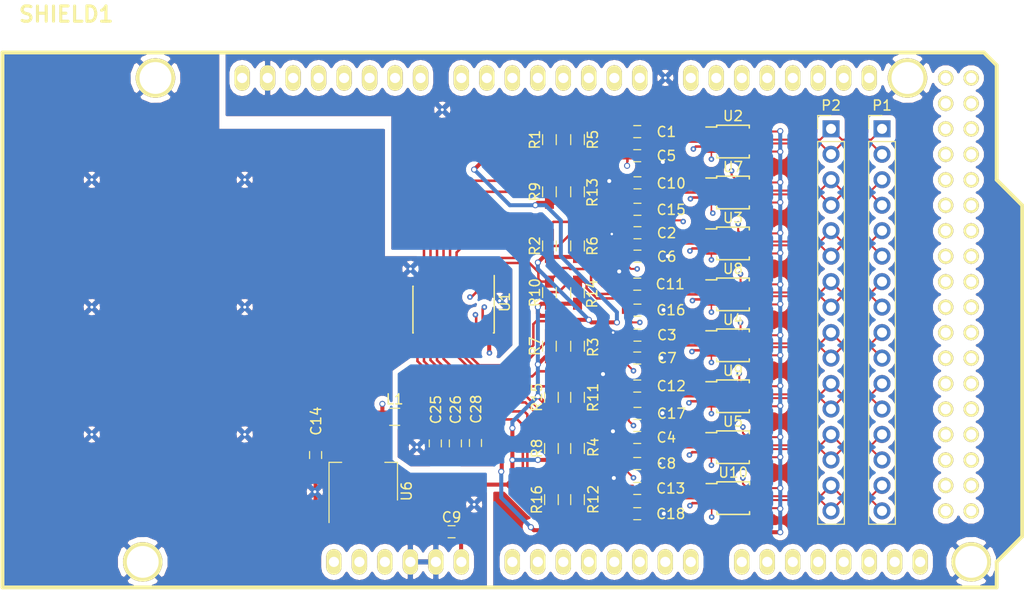
<source format=kicad_pcb>
(kicad_pcb (version 4) (host pcbnew 4.0.5)
  (layers (0 F.Cu signal) (1 In1.Cu signal) (2 In2.Cu signal) (31 B.Cu signal) (35 F.Paste user) (37 F.SilkS user) (39 F.Mask user) (44 Edge.Cuts user))
  (net 0 "")
  (net 1 GNDD)
  (net 2 RST)
  (net 3 SD0)
  (net 4 SC0)
  (net 5 SD1)
  (net 6 SC1)
  (net 7 SD2)
  (net 8 SC2)
  (net 9 SD3)
  (net 10 SC3)
  (net 11 SD4)
  (net 12 SC4)
  (net 13 SD5)
  (net 14 SC5)
  (net 15 SD6)
  (net 16 SC6)
  (net 17 SD7)
  (net 18 SC7)
  (net 19 SCL_MASTER)
  (net 20 SDA_MASTER)
  (net 21 +5V)
  (net 22 +12V)
  (net 23 "Net-(C1-Pad2)")
  (net 24 "Net-(C2-Pad2)")
  (net 25 "Net-(C3-Pad2)")
  (net 26 "Net-(C4-Pad2)")
  (net 27 "Net-(C10-Pad2)")
  (net 28 "Net-(C11-Pad2)")
  (net 29 "Net-(C12-Pad2)")
  (net 30 "Net-(C13-Pad2)")
  (net 31 +5VA)
  (net 32 GNDA)
  (net 33 MOT1-)
  (net 34 MOT1+)
  (net 35 MOT2-)
  (net 36 MOT2+)
  (net 37 MOT3-)
  (net 38 MOT3+)
  (net 39 MOT4-)
  (net 40 MOT4+)
  (net 41 MOT5-)
  (net 42 MOT5+)
  (net 43 MOT6-)
  (net 44 MOT6+)
  (net 45 MOT7-)
  (net 46 MOT7+)
  (net 47 MOT8-)
  (net 48 MOT8+)
  (net 49 "Net-(SHIELD1-Pad14)")
  (net 50 "Net-(SHIELD1-Pad15)")
  (net 51 "Net-(SHIELD1-Pad16)")
  (net 52 "Net-(SHIELD1-Pad17)")
  (net 53 "Net-(SHIELD1-Pad18)")
  (net 54 "Net-(SHIELD1-Pad19)")
  (net 55 "Net-(SHIELD1-PadAD15)")
  (net 56 "Net-(SHIELD1-PadAD14)")
  (net 57 "Net-(SHIELD1-PadAD13)")
  (net 58 "Net-(SHIELD1-PadAD12)")
  (net 59 "Net-(SHIELD1-PadAD8)")
  (net 60 "Net-(SHIELD1-PadAD7)")
  (net 61 "Net-(SHIELD1-PadAD6)")
  (net 62 "Net-(SHIELD1-PadAD9)")
  (net 63 "Net-(SHIELD1-PadAD10)")
  (net 64 "Net-(SHIELD1-PadAD11)")
  (net 65 "Net-(SHIELD1-PadAD5)")
  (net 66 "Net-(SHIELD1-PadAD4)")
  (net 67 "Net-(SHIELD1-PadAD3)")
  (net 68 "Net-(SHIELD1-PadAD0)")
  (net 69 "Net-(SHIELD1-PadAD1)")
  (net 70 "Net-(SHIELD1-PadAD2)")
  (net 71 "Net-(SHIELD1-Pad3V3)")
  (net 72 "Net-(SHIELD1-Pad0)")
  (net 73 "Net-(SHIELD1-Pad1)")
  (net 74 ANA1)
  (net 75 ANA2)
  (net 76 ANA3)
  (net 77 ANA4)
  (net 78 ANA5)
  (net 79 ANA6)
  (net 80 ANA7)
  (net 81 ANA8)
  (net 82 "Net-(SHIELD1-Pad10)")
  (net 83 "Net-(SHIELD1-Pad11)")
  (net 84 "Net-(SHIELD1-Pad12)")
  (net 85 "Net-(SHIELD1-Pad13)")
  (net 86 "Net-(SHIELD1-PadAREF)")
  (net 87 "Net-(SHIELD1-Pad5V)")
  (net 88 "Net-(SHIELD1-Pad22)")
  (net 89 "Net-(SHIELD1-Pad23)")
  (net 90 EN8)
  (net 91 "Net-(SHIELD1-Pad25)")
  (net 92 "Net-(SHIELD1-Pad26)")
  (net 93 "Net-(SHIELD1-Pad27)")
  (net 94 EN7)
  (net 95 "Net-(SHIELD1-Pad29)")
  (net 96 "Net-(SHIELD1-Pad5V_4)")
  (net 97 "Net-(SHIELD1-Pad5V_5)")
  (net 98 "Net-(SHIELD1-Pad31)")
  (net 99 "Net-(SHIELD1-Pad30)")
  (net 100 EN6)
  (net 101 "Net-(SHIELD1-Pad33)")
  (net 102 "Net-(SHIELD1-Pad34)")
  (net 103 "Net-(SHIELD1-Pad35)")
  (net 104 EN5)
  (net 105 "Net-(SHIELD1-Pad37)")
  (net 106 "Net-(SHIELD1-Pad38)")
  (net 107 "Net-(SHIELD1-Pad39)")
  (net 108 EN4)
  (net 109 "Net-(SHIELD1-Pad41)")
  (net 110 "Net-(SHIELD1-Pad42)")
  (net 111 "Net-(SHIELD1-Pad43)")
  (net 112 EN3)
  (net 113 "Net-(SHIELD1-Pad45)")
  (net 114 EN2)
  (net 115 "Net-(SHIELD1-Pad47)")
  (net 116 EN1)
  (net 117 "Net-(SHIELD1-Pad49)")
  (net 118 "Net-(SHIELD1-Pad50)")
  (net 119 "Net-(SHIELD1-Pad51)")
  (net 120 "Net-(SHIELD1-Pad52)")
  (net 121 "Net-(SHIELD1-Pad53)")
  (module Pin_Headers:Pin_Header_Straight_1x16_Pitch2.54mm (layer F.Cu) (at 180.34 83.82)
    (fp_text reference P1 (at 0 -2.33) (layer F.SilkS))
    (fp_text value CONN_01X16)
    (pad 1 thru_hole rect (at 0 0) (size 1.7 1.7) (drill 1) (layers *.Cu *.Mask) (net 33 MOT1-))
    (pad 2 thru_hole oval (at 0 2.54) (size 1.7 1.7) (drill 1) (layers *.Cu *.Mask) (net 34 MOT1+))
    (pad 3 thru_hole oval (at 0 5.08) (size 1.7 1.7) (drill 1) (layers *.Cu *.Mask) (net 35 MOT2-))
    (pad 4 thru_hole oval (at 0 7.62) (size 1.7 1.7) (drill 1) (layers *.Cu *.Mask) (net 36 MOT2+))
    (pad 5 thru_hole oval (at 0 10.16) (size 1.7 1.7) (drill 1) (layers *.Cu *.Mask) (net 37 MOT3-))
    (pad 6 thru_hole oval (at 0 12.7) (size 1.7 1.7) (drill 1) (layers *.Cu *.Mask) (net 38 MOT3+))
    (pad 7 thru_hole oval (at 0 15.24) (size 1.7 1.7) (drill 1) (layers *.Cu *.Mask) (net 39 MOT4-))
    (pad 8 thru_hole oval (at 0 17.78) (size 1.7 1.7) (drill 1) (layers *.Cu *.Mask) (net 40 MOT4+))
    (pad 9 thru_hole oval (at 0 20.32) (size 1.7 1.7) (drill 1) (layers *.Cu *.Mask) (net 41 MOT5-))
    (pad 10 thru_hole oval (at 0 22.86) (size 1.7 1.7) (drill 1) (layers *.Cu *.Mask) (net 42 MOT5+))
    (pad 11 thru_hole oval (at 0 25.4) (size 1.7 1.7) (drill 1) (layers *.Cu *.Mask) (net 43 MOT6-))
    (pad 12 thru_hole oval (at 0 27.94) (size 1.7 1.7) (drill 1) (layers *.Cu *.Mask) (net 44 MOT6+))
    (pad 13 thru_hole oval (at 0 30.48) (size 1.7 1.7) (drill 1) (layers *.Cu *.Mask) (net 45 MOT7-))
    (pad 14 thru_hole oval (at 0 33.02) (size 1.7 1.7) (drill 1) (layers *.Cu *.Mask) (net 46 MOT7+))
    (pad 15 thru_hole oval (at 0 35.56) (size 1.7 1.7) (drill 1) (layers *.Cu *.Mask) (net 47 MOT8-))
    (pad 16 thru_hole oval (at 0 38.1) (size 1.7 1.7) (drill 1) (layers *.Cu *.Mask) (net 48 MOT8+))
  )
  (module Capacitors_SMD:C_0603_HandSoldering (layer F.Cu) (at 155.95 84.1)
    (fp_text reference C1 (at 2.9016 0.0248) (layer F.SilkS))
    (fp_text value 1uF)
    (pad 1 smd rect (at -0.95 0) (size 1.2 0.75) (layers F.Cu F.Paste F.Mask) (net 32 GNDA))
    (pad 2 smd rect (at 0.95 0) (size 1.2 0.75) (layers F.Cu F.Paste F.Mask) (net 23 "Net-(C1-Pad2)"))
  )
  (module Capacitors_SMD:C_0603_HandSoldering (layer F.Cu) (at 155.9712 94.1832)
    (fp_text reference C2 (at 2.9032 0.034) (layer F.SilkS))
    (fp_text value 1uF)
    (pad 1 smd rect (at -0.95 0) (size 1.2 0.75) (layers F.Cu F.Paste F.Mask) (net 32 GNDA))
    (pad 2 smd rect (at 0.95 0) (size 1.2 0.75) (layers F.Cu F.Paste F.Mask) (net 24 "Net-(C2-Pad2)"))
  )
  (module Capacitors_SMD:C_0603_HandSoldering (layer F.Cu) (at 155.9712 104.394)
    (fp_text reference C3 (at 2.9312 0) (layer F.SilkS))
    (fp_text value 1uF)
    (pad 1 smd rect (at -0.95 0) (size 1.2 0.75) (layers F.Cu F.Paste F.Mask) (net 32 GNDA))
    (pad 2 smd rect (at 0.95 0) (size 1.2 0.75) (layers F.Cu F.Paste F.Mask) (net 25 "Net-(C3-Pad2)"))
  )
  (module Capacitors_SMD:C_0603_HandSoldering (layer F.Cu) (at 155.95 114.6)
    (fp_text reference C4 (at 2.9016 0.0048) (layer F.SilkS))
    (fp_text value 1uF)
    (pad 1 smd rect (at -0.95 0) (size 1.2 0.75) (layers F.Cu F.Paste F.Mask) (net 32 GNDA))
    (pad 2 smd rect (at 0.95 0) (size 1.2 0.75) (layers F.Cu F.Paste F.Mask) (net 26 "Net-(C4-Pad2)"))
  )
  (module Capacitors_SMD:C_0603_HandSoldering (layer F.Cu) (at 155.95 86.5)
    (fp_text reference C5 (at 2.9016 0.0124) (layer F.SilkS))
    (fp_text value 0.1uF)
    (pad 1 smd rect (at -0.95 0) (size 1.2 0.75) (layers F.Cu F.Paste F.Mask) (net 31 +5VA))
    (pad 2 smd rect (at 0.95 0) (size 1.2 0.75) (layers F.Cu F.Paste F.Mask) (net 32 GNDA))
  )
  (module Capacitors_SMD:C_0603_HandSoldering (layer F.Cu) (at 155.9712 96.52)
    (fp_text reference C6 (at 2.9108 0.0508) (layer F.SilkS))
    (fp_text value 0.1uF)
    (pad 1 smd rect (at -0.95 0) (size 1.2 0.75) (layers F.Cu F.Paste F.Mask) (net 31 +5VA))
    (pad 2 smd rect (at 0.95 0) (size 1.2 0.75) (layers F.Cu F.Paste F.Mask) (net 32 GNDA))
  )
  (module Capacitors_SMD:C_0603_HandSoldering (layer F.Cu) (at 155.95 106.68)
    (fp_text reference C7 (at 2.9616 0) (layer F.SilkS))
    (fp_text value 0.1uF)
    (pad 1 smd rect (at -0.95 0) (size 1.2 0.75) (layers F.Cu F.Paste F.Mask) (net 31 +5VA))
    (pad 2 smd rect (at 0.95 0) (size 1.2 0.75) (layers F.Cu F.Paste F.Mask) (net 32 GNDA))
  )
  (module Capacitors_SMD:C_0603_HandSoldering (layer F.Cu) (at 155.95 117.2)
    (fp_text reference C8 (at 2.9016 -0.0044) (layer F.SilkS))
    (fp_text value 0.1uF)
    (pad 1 smd rect (at -0.95 0) (size 1.2 0.75) (layers F.Cu F.Paste F.Mask) (net 31 +5VA))
    (pad 2 smd rect (at 0.95 0) (size 1.2 0.75) (layers F.Cu F.Paste F.Mask) (net 32 GNDA))
  )
  (module Capacitors_SMD:C_0603_HandSoldering (layer F.Cu) (at 137.45 124 180)
    (fp_text reference C9 (at 0 1.445 180) (layer F.SilkS))
    (fp_text value 10uF)
    (pad 1 smd rect (at -0.95 0 180) (size 1.2 0.75) (layers F.Cu F.Paste F.Mask) (net 22 +12V))
    (pad 2 smd rect (at 0.95 0 180) (size 1.2 0.75) (layers F.Cu F.Paste F.Mask) (net 1 GNDD))
  )
  (module Capacitors_SMD:C_0603_HandSoldering (layer F.Cu) (at 155.9712 89.2048)
    (fp_text reference C10 (at 3.3604 0.0556) (layer F.SilkS))
    (fp_text value 1uF)
    (pad 1 smd rect (at -0.95 0) (size 1.2 0.75) (layers F.Cu F.Paste F.Mask) (net 32 GNDA))
    (pad 2 smd rect (at 0.95 0) (size 1.2 0.75) (layers F.Cu F.Paste F.Mask) (net 27 "Net-(C10-Pad2)"))
  )
  (module Capacitors_SMD:C_0603_HandSoldering (layer F.Cu) (at 155.95 99.314)
    (fp_text reference C11 (at 3.2868 0) (layer F.SilkS))
    (fp_text value 1uF)
    (pad 1 smd rect (at -0.95 0) (size 1.2 0.75) (layers F.Cu F.Paste F.Mask) (net 32 GNDA))
    (pad 2 smd rect (at 0.95 0) (size 1.2 0.75) (layers F.Cu F.Paste F.Mask) (net 28 "Net-(C11-Pad2)"))
  )
  (module Capacitors_SMD:C_0603_HandSoldering (layer F.Cu) (at 155.95 109.474)
    (fp_text reference C12 (at 3.3884 0) (layer F.SilkS))
    (fp_text value 1uF)
    (pad 1 smd rect (at -0.95 0) (size 1.2 0.75) (layers F.Cu F.Paste F.Mask) (net 32 GNDA))
    (pad 2 smd rect (at 0.95 0) (size 1.2 0.75) (layers F.Cu F.Paste F.Mask) (net 29 "Net-(C12-Pad2)"))
  )
  (module Capacitors_SMD:C_0603_HandSoldering (layer F.Cu) (at 155.95 119.6848)
    (fp_text reference C13 (at 3.3376 0) (layer F.SilkS))
    (fp_text value 1uF)
    (pad 1 smd rect (at -0.95 0) (size 1.2 0.75) (layers F.Cu F.Paste F.Mask) (net 32 GNDA))
    (pad 2 smd rect (at 0.95 0) (size 1.2 0.75) (layers F.Cu F.Paste F.Mask) (net 30 "Net-(C13-Pad2)"))
  )
  (module Capacitors_SMD:C_0603_HandSoldering (layer F.Cu) (at 123.9 116.35 270)
    (fp_text reference C14 (at -3.3835 -0.052 270) (layer F.SilkS))
    (fp_text value 22uF)
    (pad 1 smd rect (at -0.95 0 270) (size 1.2 0.75) (layers F.Cu F.Paste F.Mask) (net 21 +5V))
    (pad 2 smd rect (at 0.95 0 270) (size 1.2 0.75) (layers F.Cu F.Paste F.Mask) (net 1 GNDD))
  )
  (module Capacitors_SMD:C_0603_HandSoldering (layer F.Cu) (at 155.9712 91.8464)
    (fp_text reference C15 (at 3.3604 0.0464) (layer F.SilkS))
    (fp_text value 0.1uF)
    (pad 1 smd rect (at -0.95 0) (size 1.2 0.75) (layers F.Cu F.Paste F.Mask) (net 31 +5VA))
    (pad 2 smd rect (at 0.95 0) (size 1.2 0.75) (layers F.Cu F.Paste F.Mask) (net 32 GNDA))
  )
  (module Capacitors_SMD:C_0603_HandSoldering (layer F.Cu) (at 155.9712 101.9048)
    (fp_text reference C16 (at 3.3376 0) (layer F.SilkS))
    (fp_text value 0.1uF)
    (pad 1 smd rect (at -0.95 0) (size 1.2 0.75) (layers F.Cu F.Paste F.Mask) (net 31 +5VA))
    (pad 2 smd rect (at 0.95 0) (size 1.2 0.75) (layers F.Cu F.Paste F.Mask) (net 32 GNDA))
  )
  (module Capacitors_SMD:C_0603_HandSoldering (layer F.Cu) (at 155.9712 112.2)
    (fp_text reference C17 (at 3.3884 0.0172) (layer F.SilkS))
    (fp_text value 0.1uF)
    (pad 1 smd rect (at -0.95 0) (size 1.2 0.75) (layers F.Cu F.Paste F.Mask) (net 31 +5VA))
    (pad 2 smd rect (at 0.95 0) (size 1.2 0.75) (layers F.Cu F.Paste F.Mask) (net 32 GNDA))
  )
  (module Capacitors_SMD:C_0603_HandSoldering (layer F.Cu) (at 155.95 122.2)
    (fp_text reference C18 (at 3.3376 0.0248) (layer F.SilkS))
    (fp_text value 0.1uF)
    (pad 1 smd rect (at -0.95 0) (size 1.2 0.75) (layers F.Cu F.Paste F.Mask) (net 31 +5VA))
    (pad 2 smd rect (at 0.95 0) (size 1.2 0.75) (layers F.Cu F.Paste F.Mask) (net 32 GNDA))
  )
  (module Capacitors_SMD:C_0603_HandSoldering (layer F.Cu) (at 135.83 115.19 270)
    (fp_text reference C25 (at -3.3665 -0.06 270) (layer F.SilkS))
    (fp_text value 22uF)
    (pad 1 smd rect (at -0.95 0 270) (size 1.2 0.75) (layers F.Cu F.Paste F.Mask) (net 31 +5VA))
    (pad 2 smd rect (at 0.95 0 270) (size 1.2 0.75) (layers F.Cu F.Paste F.Mask) (net 32 GNDA))
  )
  (module Capacitors_SMD:C_0603_HandSoldering (layer F.Cu) (at 137.83 115.19 270)
    (fp_text reference C26 (at -3.3665 -0.0285 270) (layer F.SilkS))
    (fp_text value 0.01uF)
    (pad 1 smd rect (at -0.95 0 270) (size 1.2 0.75) (layers F.Cu F.Paste F.Mask) (net 31 +5VA))
    (pad 2 smd rect (at 0.95 0 270) (size 1.2 0.75) (layers F.Cu F.Paste F.Mask) (net 32 GNDA))
  )
  (module Capacitors_SMD:C_0603_HandSoldering (layer F.Cu) (at 139.83 115.15 270)
    (fp_text reference C28 (at -3.3665 -0.0605 270) (layer F.SilkS))
    (fp_text value 0.1uF)
    (pad 1 smd rect (at -0.95 0 270) (size 1.2 0.75) (layers F.Cu F.Paste F.Mask) (net 31 +5VA))
    (pad 2 smd rect (at 0.95 0 270) (size 1.2 0.75) (layers F.Cu F.Paste F.Mask) (net 32 GNDA))
  )
  (module Capacitors_SMD:C_0805_HandSoldering (layer F.Cu) (at 131.78 112.54)
    (fp_text reference L1 (at 0 -1.75) (layer F.SilkS))
    (fp_text value "5 Ohm")
    (pad 1 smd rect (at -1.25 0) (size 1.5 1.25) (layers F.Cu F.Paste F.Mask) (net 21 +5V))
    (pad 2 smd rect (at 1.25 0) (size 1.5 1.25) (layers F.Cu F.Paste F.Mask) (net 31 +5VA))
  )
  (module Pin_Headers:Pin_Header_Straight_1x16_Pitch2.54mm (layer F.Cu) (at 175.26 83.82)
    (fp_text reference P2 (at 0 -2.33) (layer F.SilkS))
    (fp_text value CONN_01X16)
    (pad 1 thru_hole rect (at 0 0) (size 1.7 1.7) (drill 1) (layers *.Cu *.Mask) (net 33 MOT1-))
    (pad 2 thru_hole oval (at 0 2.54) (size 1.7 1.7) (drill 1) (layers *.Cu *.Mask) (net 34 MOT1+))
    (pad 3 thru_hole oval (at 0 5.08) (size 1.7 1.7) (drill 1) (layers *.Cu *.Mask) (net 35 MOT2-))
    (pad 4 thru_hole oval (at 0 7.62) (size 1.7 1.7) (drill 1) (layers *.Cu *.Mask) (net 36 MOT2+))
    (pad 5 thru_hole oval (at 0 10.16) (size 1.7 1.7) (drill 1) (layers *.Cu *.Mask) (net 37 MOT3-))
    (pad 6 thru_hole oval (at 0 12.7) (size 1.7 1.7) (drill 1) (layers *.Cu *.Mask) (net 38 MOT3+))
    (pad 7 thru_hole oval (at 0 15.24) (size 1.7 1.7) (drill 1) (layers *.Cu *.Mask) (net 39 MOT4-))
    (pad 8 thru_hole oval (at 0 17.78) (size 1.7 1.7) (drill 1) (layers *.Cu *.Mask) (net 40 MOT4+))
    (pad 9 thru_hole oval (at 0 20.32) (size 1.7 1.7) (drill 1) (layers *.Cu *.Mask) (net 41 MOT5-))
    (pad 10 thru_hole oval (at 0 22.86) (size 1.7 1.7) (drill 1) (layers *.Cu *.Mask) (net 42 MOT5+))
    (pad 11 thru_hole oval (at 0 25.4) (size 1.7 1.7) (drill 1) (layers *.Cu *.Mask) (net 43 MOT6-))
    (pad 12 thru_hole oval (at 0 27.94) (size 1.7 1.7) (drill 1) (layers *.Cu *.Mask) (net 44 MOT6+))
    (pad 13 thru_hole oval (at 0 30.48) (size 1.7 1.7) (drill 1) (layers *.Cu *.Mask) (net 45 MOT7-))
    (pad 14 thru_hole oval (at 0 33.02) (size 1.7 1.7) (drill 1) (layers *.Cu *.Mask) (net 46 MOT7+))
    (pad 15 thru_hole oval (at 0 35.56) (size 1.7 1.7) (drill 1) (layers *.Cu *.Mask) (net 47 MOT8-))
    (pad 16 thru_hole oval (at 0 38.1) (size 1.7 1.7) (drill 1) (layers *.Cu *.Mask) (net 48 MOT8+))
  )
  (module Resistors_SMD:R_0603_HandSoldering (layer F.Cu) (at 147.2 84.9 90)
    (fp_text reference R1 (at 0 -1.45 90) (layer F.SilkS))
    (fp_text value 2k2)
    (pad 1 smd rect (at -1.1 0 90) (size 1.2 0.9) (layers F.Cu F.Paste F.Mask) (net 21 +5V))
    (pad 2 smd rect (at 1.1 0 90) (size 1.2 0.9) (layers F.Cu F.Paste F.Mask) (net 4 SC0))
  )
  (module Resistors_SMD:R_0603_HandSoldering (layer F.Cu) (at 147.2 95.5 90)
    (fp_text reference R2 (at 0 -1.45 90) (layer F.SilkS))
    (fp_text value 2k2)
    (pad 1 smd rect (at -1.1 0 90) (size 1.2 0.9) (layers F.Cu F.Paste F.Mask) (net 21 +5V))
    (pad 2 smd rect (at 1.1 0 90) (size 1.2 0.9) (layers F.Cu F.Paste F.Mask) (net 8 SC2))
  )
  (module Resistors_SMD:R_0603_HandSoldering (layer F.Cu) (at 150 105.5 90)
    (fp_text reference R3 (at -0.1005 1.5475 90) (layer F.SilkS))
    (fp_text value 2k2)
    (pad 1 smd rect (at -1.1 0 90) (size 1.2 0.9) (layers F.Cu F.Paste F.Mask) (net 21 +5V))
    (pad 2 smd rect (at 1.1 0 90) (size 1.2 0.9) (layers F.Cu F.Paste F.Mask) (net 12 SC4))
  )
  (module Resistors_SMD:R_0603_HandSoldering (layer F.Cu) (at 150 115.7 90)
    (fp_text reference R4 (at 0.13 1.5745 90) (layer F.SilkS))
    (fp_text value 2k2)
    (pad 1 smd rect (at -1.1 0 90) (size 1.2 0.9) (layers F.Cu F.Paste F.Mask) (net 21 +5V))
    (pad 2 smd rect (at 1.1 0 90) (size 1.2 0.9) (layers F.Cu F.Paste F.Mask) (net 16 SC6))
  )
  (module Resistors_SMD:R_0603_HandSoldering (layer F.Cu) (at 150 84.9 90)
    (fp_text reference R5 (at 0 1.524 90) (layer F.SilkS))
    (fp_text value 2k2)
    (pad 1 smd rect (at -1.1 0 90) (size 1.2 0.9) (layers F.Cu F.Paste F.Mask) (net 21 +5V))
    (pad 2 smd rect (at 1.1 0 90) (size 1.2 0.9) (layers F.Cu F.Paste F.Mask) (net 3 SD0))
  )
  (module Resistors_SMD:R_0603_HandSoldering (layer F.Cu) (at 150 95.5 90)
    (fp_text reference R6 (at -0.004 1.484 90) (layer F.SilkS))
    (fp_text value 2k2)
    (pad 1 smd rect (at -1.1 0 90) (size 1.2 0.9) (layers F.Cu F.Paste F.Mask) (net 21 +5V))
    (pad 2 smd rect (at 1.1 0 90) (size 1.2 0.9) (layers F.Cu F.Paste F.Mask) (net 7 SD2))
  )
  (module Resistors_SMD:R_0603_HandSoldering (layer F.Cu) (at 147.2 105.5 90)
    (fp_text reference R7 (at 0 -1.45 90) (layer F.SilkS))
    (fp_text value 2k2)
    (pad 1 smd rect (at -1.1 0 90) (size 1.2 0.9) (layers F.Cu F.Paste F.Mask) (net 21 +5V))
    (pad 2 smd rect (at 1.1 0 90) (size 1.2 0.9) (layers F.Cu F.Paste F.Mask) (net 11 SD4))
  )
  (module Resistors_SMD:R_0603_HandSoldering (layer F.Cu) (at 147.4 115.7 90)
    (fp_text reference R8 (at 0 -1.45 90) (layer F.SilkS))
    (fp_text value 2k2)
    (pad 1 smd rect (at -1.1 0 90) (size 1.2 0.9) (layers F.Cu F.Paste F.Mask) (net 21 +5V))
    (pad 2 smd rect (at 1.1 0 90) (size 1.2 0.9) (layers F.Cu F.Paste F.Mask) (net 15 SD6))
  )
  (module Resistors_SMD:R_0603_HandSoldering (layer F.Cu) (at 147.2 90.1 90)
    (fp_text reference R9 (at 0 -1.45 90) (layer F.SilkS))
    (fp_text value 2k2)
    (pad 1 smd rect (at -1.1 0 90) (size 1.2 0.9) (layers F.Cu F.Paste F.Mask) (net 21 +5V))
    (pad 2 smd rect (at 1.1 0 90) (size 1.2 0.9) (layers F.Cu F.Paste F.Mask) (net 6 SC1))
  )
  (module Resistors_SMD:R_0603_HandSoldering (layer F.Cu) (at 147.2 100.16 90)
    (fp_text reference R10 (at 0 -1.45 90) (layer F.SilkS))
    (fp_text value 2k2)
    (pad 1 smd rect (at -1.1 0 90) (size 1.2 0.9) (layers F.Cu F.Paste F.Mask) (net 21 +5V))
    (pad 2 smd rect (at 1.1 0 90) (size 1.2 0.9) (layers F.Cu F.Paste F.Mask) (net 10 SC3))
  )
  (module Resistors_SMD:R_0603_HandSoldering (layer F.Cu) (at 150 110.6 90)
    (fp_text reference R11 (at -0.017 1.5475 90) (layer F.SilkS))
    (fp_text value 2k2)
    (pad 1 smd rect (at -1.1 0 90) (size 1.2 0.9) (layers F.Cu F.Paste F.Mask) (net 21 +5V))
    (pad 2 smd rect (at 1.1 0 90) (size 1.2 0.9) (layers F.Cu F.Paste F.Mask) (net 14 SC5))
  )
  (module Resistors_SMD:R_0603_HandSoldering (layer F.Cu) (at 150 120.8 90)
    (fp_text reference R12 (at 0.023 1.5745 90) (layer F.SilkS))
    (fp_text value 2k2)
    (pad 1 smd rect (at -1.1 0 90) (size 1.2 0.9) (layers F.Cu F.Paste F.Mask) (net 21 +5V))
    (pad 2 smd rect (at 1.1 0 90) (size 1.2 0.9) (layers F.Cu F.Paste F.Mask) (net 18 SC7))
  )
  (module Resistors_SMD:R_0603_HandSoldering (layer F.Cu) (at 150 90.1 90)
    (fp_text reference R13 (at -0.07 1.484 90) (layer F.SilkS))
    (fp_text value 2k2)
    (pad 1 smd rect (at -1.1 0 90) (size 1.2 0.9) (layers F.Cu F.Paste F.Mask) (net 21 +5V))
    (pad 2 smd rect (at 1.1 0 90) (size 1.2 0.9) (layers F.Cu F.Paste F.Mask) (net 5 SD1))
  )
  (module Resistors_SMD:R_0603_HandSoldering (layer F.Cu) (at 150 100.16 90)
    (fp_text reference R14 (at -0.1065 1.4605 90) (layer F.SilkS))
    (fp_text value 2k2)
    (pad 1 smd rect (at -1.1 0 90) (size 1.2 0.9) (layers F.Cu F.Paste F.Mask) (net 21 +5V))
    (pad 2 smd rect (at 1.1 0 90) (size 1.2 0.9) (layers F.Cu F.Paste F.Mask) (net 9 SD3))
  )
  (module Resistors_SMD:R_0603_HandSoldering (layer F.Cu) (at 147.4 110.6 90)
    (fp_text reference R15 (at 0 -1.45 90) (layer F.SilkS))
    (fp_text value 2k2)
    (pad 1 smd rect (at -1.1 0 90) (size 1.2 0.9) (layers F.Cu F.Paste F.Mask) (net 21 +5V))
    (pad 2 smd rect (at 1.1 0 90) (size 1.2 0.9) (layers F.Cu F.Paste F.Mask) (net 13 SD5))
  )
  (module Resistors_SMD:R_0603_HandSoldering (layer F.Cu) (at 147.4 120.8 90)
    (fp_text reference R16 (at 0 -1.45 90) (layer F.SilkS))
    (fp_text value 2k2)
    (pad 1 smd rect (at -1.1 0 90) (size 1.2 0.9) (layers F.Cu F.Paste F.Mask) (net 21 +5V))
    (pad 2 smd rect (at 1.1 0 90) (size 1.2 0.9) (layers F.Cu F.Paste F.Mask) (net 17 SD7))
  )
  (module Housings_SSOP:TSSOP-24_4.4x7.8mm_Pitch0.65mm (layer F.Cu) (at 137.625 101.85 270)
    (fp_text reference U1 (at -0.758 -5.123 270) (layer F.SilkS))
    (fp_text value TCA9548A)
    (pad 1 smd rect (at -2.85 -3.575 270) (size 1.1 0.4) (layers F.Cu F.Paste F.Mask) (net 1 GNDD))
    (pad 2 smd rect (at -2.85 -2.925 270) (size 1.1 0.4) (layers F.Cu F.Paste F.Mask) (net 1 GNDD))
    (pad 3 smd rect (at -2.85 -2.275 270) (size 1.1 0.4) (layers F.Cu F.Paste F.Mask) (net 2 RST))
    (pad 4 smd rect (at -2.85 -1.625 270) (size 1.1 0.4) (layers F.Cu F.Paste F.Mask) (net 9 SD3))
    (pad 5 smd rect (at -2.85 -0.975 270) (size 1.1 0.4) (layers F.Cu F.Paste F.Mask) (net 10 SC3))
    (pad 6 smd rect (at -2.85 -0.325 270) (size 1.1 0.4) (layers F.Cu F.Paste F.Mask) (net 7 SD2))
    (pad 7 smd rect (at -2.85 0.325 270) (size 1.1 0.4) (layers F.Cu F.Paste F.Mask) (net 8 SC2))
    (pad 8 smd rect (at -2.85 0.975 270) (size 1.1 0.4) (layers F.Cu F.Paste F.Mask) (net 5 SD1))
    (pad 9 smd rect (at -2.85 1.625 270) (size 1.1 0.4) (layers F.Cu F.Paste F.Mask) (net 6 SC1))
    (pad 10 smd rect (at -2.85 2.275 270) (size 1.1 0.4) (layers F.Cu F.Paste F.Mask) (net 3 SD0))
    (pad 11 smd rect (at -2.85 2.925 270) (size 1.1 0.4) (layers F.Cu F.Paste F.Mask) (net 4 SC0))
    (pad 12 smd rect (at -2.85 3.575 270) (size 1.1 0.4) (layers F.Cu F.Paste F.Mask) (net 1 GNDD))
    (pad 13 smd rect (at 2.85 3.575 270) (size 1.1 0.4) (layers F.Cu F.Paste F.Mask) (net 17 SD7))
    (pad 14 smd rect (at 2.85 2.925 270) (size 1.1 0.4) (layers F.Cu F.Paste F.Mask) (net 18 SC7))
    (pad 15 smd rect (at 2.85 2.275 270) (size 1.1 0.4) (layers F.Cu F.Paste F.Mask) (net 15 SD6))
    (pad 16 smd rect (at 2.85 1.625 270) (size 1.1 0.4) (layers F.Cu F.Paste F.Mask) (net 16 SC6))
    (pad 17 smd rect (at 2.85 0.975 270) (size 1.1 0.4) (layers F.Cu F.Paste F.Mask) (net 13 SD5))
    (pad 18 smd rect (at 2.85 0.325 270) (size 1.1 0.4) (layers F.Cu F.Paste F.Mask) (net 14 SC5))
    (pad 19 smd rect (at 2.85 -0.325 270) (size 1.1 0.4) (layers F.Cu F.Paste F.Mask) (net 11 SD4))
    (pad 20 smd rect (at 2.85 -0.975 270) (size 1.1 0.4) (layers F.Cu F.Paste F.Mask) (net 12 SC4))
    (pad 21 smd rect (at 2.85 -1.625 270) (size 1.1 0.4) (layers F.Cu F.Paste F.Mask) (net 1 GNDD))
    (pad 22 smd rect (at 2.85 -2.275 270) (size 1.1 0.4) (layers F.Cu F.Paste F.Mask) (net 19 SCL_MASTER))
    (pad 23 smd rect (at 2.85 -2.925 270) (size 1.1 0.4) (layers F.Cu F.Paste F.Mask) (net 20 SDA_MASTER))
    (pad 24 smd rect (at 2.85 -3.575 270) (size 1.1 0.4) (layers F.Cu F.Paste F.Mask) (net 21 +5V))
  )
  (module Housings_SSOP:TSSOP-10_3x3mm_Pitch0.5mm (layer F.Cu) (at 165.49 85.09)
    (fp_text reference U2 (at 0 -2.55) (layer F.SilkS))
    (fp_text value DRV2605L)
    (pad 1 smd rect (at -2.15 -1) (size 1.1 0.25) (layers F.Cu F.Paste F.Mask) (net 23 "Net-(C1-Pad2)"))
    (pad 2 smd rect (at -2.15 -0.5) (size 1.1 0.25) (layers F.Cu F.Paste F.Mask) (net 4 SC0))
    (pad 3 smd rect (at -2.15 0) (size 1.1 0.25) (layers F.Cu F.Paste F.Mask) (net 3 SD0))
    (pad 4 smd rect (at -2.15 0.5) (size 1.1 0.25) (layers F.Cu F.Paste F.Mask) (net 74 ANA1))
    (pad 5 smd rect (at -2.15 1) (size 1.1 0.25) (layers F.Cu F.Paste F.Mask) (net 116 EN1))
    (pad 6 smd rect (at 2.15 1) (size 1.1 0.25) (layers F.Cu F.Paste F.Mask) (net 31 +5VA))
    (pad 7 smd rect (at 2.15 0.5) (size 1.1 0.25) (layers F.Cu F.Paste F.Mask) (net 34 MOT1+))
    (pad 8 smd rect (at 2.15 0) (size 1.1 0.25) (layers F.Cu F.Paste F.Mask) (net 32 GNDA))
    (pad 9 smd rect (at 2.15 -0.5) (size 1.1 0.25) (layers F.Cu F.Paste F.Mask) (net 33 MOT1-))
    (pad 10 smd rect (at 2.15 -1) (size 1.1 0.25) (layers F.Cu F.Paste F.Mask) (net 31 +5VA))
  )
  (module Housings_SSOP:TSSOP-10_3x3mm_Pitch0.5mm (layer F.Cu) (at 165.49 95.25)
    (fp_text reference U3 (at 0 -2.55) (layer F.SilkS))
    (fp_text value DRV2605L)
    (pad 1 smd rect (at -2.15 -1) (size 1.1 0.25) (layers F.Cu F.Paste F.Mask) (net 24 "Net-(C2-Pad2)"))
    (pad 2 smd rect (at -2.15 -0.5) (size 1.1 0.25) (layers F.Cu F.Paste F.Mask) (net 8 SC2))
    (pad 3 smd rect (at -2.15 0) (size 1.1 0.25) (layers F.Cu F.Paste F.Mask) (net 7 SD2))
    (pad 4 smd rect (at -2.15 0.5) (size 1.1 0.25) (layers F.Cu F.Paste F.Mask) (net 76 ANA3))
    (pad 5 smd rect (at -2.15 1) (size 1.1 0.25) (layers F.Cu F.Paste F.Mask) (net 112 EN3))
    (pad 6 smd rect (at 2.15 1) (size 1.1 0.25) (layers F.Cu F.Paste F.Mask) (net 31 +5VA))
    (pad 7 smd rect (at 2.15 0.5) (size 1.1 0.25) (layers F.Cu F.Paste F.Mask) (net 38 MOT3+))
    (pad 8 smd rect (at 2.15 0) (size 1.1 0.25) (layers F.Cu F.Paste F.Mask) (net 32 GNDA))
    (pad 9 smd rect (at 2.15 -0.5) (size 1.1 0.25) (layers F.Cu F.Paste F.Mask) (net 37 MOT3-))
    (pad 10 smd rect (at 2.15 -1) (size 1.1 0.25) (layers F.Cu F.Paste F.Mask) (net 31 +5VA))
  )
  (module Housings_SSOP:TSSOP-10_3x3mm_Pitch0.5mm (layer F.Cu) (at 165.49 105.41)
    (fp_text reference U4 (at 0 -2.55) (layer F.SilkS))
    (fp_text value DRV2605L)
    (pad 1 smd rect (at -2.15 -1) (size 1.1 0.25) (layers F.Cu F.Paste F.Mask) (net 25 "Net-(C3-Pad2)"))
    (pad 2 smd rect (at -2.15 -0.5) (size 1.1 0.25) (layers F.Cu F.Paste F.Mask) (net 12 SC4))
    (pad 3 smd rect (at -2.15 0) (size 1.1 0.25) (layers F.Cu F.Paste F.Mask) (net 11 SD4))
    (pad 4 smd rect (at -2.15 0.5) (size 1.1 0.25) (layers F.Cu F.Paste F.Mask) (net 78 ANA5))
    (pad 5 smd rect (at -2.15 1) (size 1.1 0.25) (layers F.Cu F.Paste F.Mask) (net 104 EN5))
    (pad 6 smd rect (at 2.15 1) (size 1.1 0.25) (layers F.Cu F.Paste F.Mask) (net 31 +5VA))
    (pad 7 smd rect (at 2.15 0.5) (size 1.1 0.25) (layers F.Cu F.Paste F.Mask) (net 42 MOT5+))
    (pad 8 smd rect (at 2.15 0) (size 1.1 0.25) (layers F.Cu F.Paste F.Mask) (net 32 GNDA))
    (pad 9 smd rect (at 2.15 -0.5) (size 1.1 0.25) (layers F.Cu F.Paste F.Mask) (net 41 MOT5-))
    (pad 10 smd rect (at 2.15 -1) (size 1.1 0.25) (layers F.Cu F.Paste F.Mask) (net 31 +5VA))
  )
  (module Housings_SSOP:TSSOP-10_3x3mm_Pitch0.5mm (layer F.Cu) (at 165.49 115.57)
    (fp_text reference U5 (at 0 -2.55) (layer F.SilkS))
    (fp_text value DRV2605L)
    (pad 1 smd rect (at -2.15 -1) (size 1.1 0.25) (layers F.Cu F.Paste F.Mask) (net 26 "Net-(C4-Pad2)"))
    (pad 2 smd rect (at -2.15 -0.5) (size 1.1 0.25) (layers F.Cu F.Paste F.Mask) (net 16 SC6))
    (pad 3 smd rect (at -2.15 0) (size 1.1 0.25) (layers F.Cu F.Paste F.Mask) (net 15 SD6))
    (pad 4 smd rect (at -2.15 0.5) (size 1.1 0.25) (layers F.Cu F.Paste F.Mask) (net 80 ANA7))
    (pad 5 smd rect (at -2.15 1) (size 1.1 0.25) (layers F.Cu F.Paste F.Mask) (net 94 EN7))
    (pad 6 smd rect (at 2.15 1) (size 1.1 0.25) (layers F.Cu F.Paste F.Mask) (net 31 +5VA))
    (pad 7 smd rect (at 2.15 0.5) (size 1.1 0.25) (layers F.Cu F.Paste F.Mask) (net 46 MOT7+))
    (pad 8 smd rect (at 2.15 0) (size 1.1 0.25) (layers F.Cu F.Paste F.Mask) (net 32 GNDA))
    (pad 9 smd rect (at 2.15 -0.5) (size 1.1 0.25) (layers F.Cu F.Paste F.Mask) (net 45 MOT7-))
    (pad 10 smd rect (at 2.15 -1) (size 1.1 0.25) (layers F.Cu F.Paste F.Mask) (net 31 +5VA))
  )
  (module TO_SOT_Packages_SMD:SOT-223 (layer F.Cu) (at 128.65 118.99 90)
    (fp_text reference U6 (at -0.9615 4.319 90) (layer F.SilkS))
    (fp_text value AP111750)
    (pad 4 smd rect (at 3.15 0 90) (size 2 3.8) (layers F.Cu F.Paste F.Mask) (net 21 +5V))
    (pad 2 smd rect (at -3.15 0 90) (size 2 1.5) (layers F.Cu F.Paste F.Mask) (net 21 +5V))
    (pad 3 smd rect (at -3.15 2.3 90) (size 2 1.5) (layers F.Cu F.Paste F.Mask) (net 22 +12V))
    (pad 1 smd rect (at -3.15 -2.3 90) (size 2 1.5) (layers F.Cu F.Paste F.Mask) (net 1 GNDD))
  )
  (module Housings_SSOP:TSSOP-10_3x3mm_Pitch0.5mm (layer F.Cu) (at 165.49 90.17)
    (fp_text reference U7 (at 0 -2.55) (layer F.SilkS))
    (fp_text value DRV2605L)
    (pad 1 smd rect (at -2.15 -1) (size 1.1 0.25) (layers F.Cu F.Paste F.Mask) (net 27 "Net-(C10-Pad2)"))
    (pad 2 smd rect (at -2.15 -0.5) (size 1.1 0.25) (layers F.Cu F.Paste F.Mask) (net 6 SC1))
    (pad 3 smd rect (at -2.15 0) (size 1.1 0.25) (layers F.Cu F.Paste F.Mask) (net 5 SD1))
    (pad 4 smd rect (at -2.15 0.5) (size 1.1 0.25) (layers F.Cu F.Paste F.Mask) (net 75 ANA2))
    (pad 5 smd rect (at -2.15 1) (size 1.1 0.25) (layers F.Cu F.Paste F.Mask) (net 114 EN2))
    (pad 6 smd rect (at 2.15 1) (size 1.1 0.25) (layers F.Cu F.Paste F.Mask) (net 31 +5VA))
    (pad 7 smd rect (at 2.15 0.5) (size 1.1 0.25) (layers F.Cu F.Paste F.Mask) (net 36 MOT2+))
    (pad 8 smd rect (at 2.15 0) (size 1.1 0.25) (layers F.Cu F.Paste F.Mask) (net 32 GNDA))
    (pad 9 smd rect (at 2.15 -0.5) (size 1.1 0.25) (layers F.Cu F.Paste F.Mask) (net 35 MOT2-))
    (pad 10 smd rect (at 2.15 -1) (size 1.1 0.25) (layers F.Cu F.Paste F.Mask) (net 31 +5VA))
  )
  (module Housings_SSOP:TSSOP-10_3x3mm_Pitch0.5mm (layer F.Cu) (at 165.49 100.33)
    (fp_text reference U8 (at 0 -2.55) (layer F.SilkS))
    (fp_text value DRV2605L)
    (pad 1 smd rect (at -2.15 -1) (size 1.1 0.25) (layers F.Cu F.Paste F.Mask) (net 28 "Net-(C11-Pad2)"))
    (pad 2 smd rect (at -2.15 -0.5) (size 1.1 0.25) (layers F.Cu F.Paste F.Mask) (net 10 SC3))
    (pad 3 smd rect (at -2.15 0) (size 1.1 0.25) (layers F.Cu F.Paste F.Mask) (net 9 SD3))
    (pad 4 smd rect (at -2.15 0.5) (size 1.1 0.25) (layers F.Cu F.Paste F.Mask) (net 77 ANA4))
    (pad 5 smd rect (at -2.15 1) (size 1.1 0.25) (layers F.Cu F.Paste F.Mask) (net 108 EN4))
    (pad 6 smd rect (at 2.15 1) (size 1.1 0.25) (layers F.Cu F.Paste F.Mask) (net 31 +5VA))
    (pad 7 smd rect (at 2.15 0.5) (size 1.1 0.25) (layers F.Cu F.Paste F.Mask) (net 40 MOT4+))
    (pad 8 smd rect (at 2.15 0) (size 1.1 0.25) (layers F.Cu F.Paste F.Mask) (net 32 GNDA))
    (pad 9 smd rect (at 2.15 -0.5) (size 1.1 0.25) (layers F.Cu F.Paste F.Mask) (net 39 MOT4-))
    (pad 10 smd rect (at 2.15 -1) (size 1.1 0.25) (layers F.Cu F.Paste F.Mask) (net 31 +5VA))
  )
  (module Housings_SSOP:TSSOP-10_3x3mm_Pitch0.5mm (layer F.Cu) (at 165.49 110.49)
    (fp_text reference U9 (at 0 -2.55) (layer F.SilkS))
    (fp_text value DRV2605L)
    (pad 1 smd rect (at -2.15 -1) (size 1.1 0.25) (layers F.Cu F.Paste F.Mask) (net 29 "Net-(C12-Pad2)"))
    (pad 2 smd rect (at -2.15 -0.5) (size 1.1 0.25) (layers F.Cu F.Paste F.Mask) (net 14 SC5))
    (pad 3 smd rect (at -2.15 0) (size 1.1 0.25) (layers F.Cu F.Paste F.Mask) (net 13 SD5))
    (pad 4 smd rect (at -2.15 0.5) (size 1.1 0.25) (layers F.Cu F.Paste F.Mask) (net 79 ANA6))
    (pad 5 smd rect (at -2.15 1) (size 1.1 0.25) (layers F.Cu F.Paste F.Mask) (net 100 EN6))
    (pad 6 smd rect (at 2.15 1) (size 1.1 0.25) (layers F.Cu F.Paste F.Mask) (net 31 +5VA))
    (pad 7 smd rect (at 2.15 0.5) (size 1.1 0.25) (layers F.Cu F.Paste F.Mask) (net 44 MOT6+))
    (pad 8 smd rect (at 2.15 0) (size 1.1 0.25) (layers F.Cu F.Paste F.Mask) (net 32 GNDA))
    (pad 9 smd rect (at 2.15 -0.5) (size 1.1 0.25) (layers F.Cu F.Paste F.Mask) (net 43 MOT6-))
    (pad 10 smd rect (at 2.15 -1) (size 1.1 0.25) (layers F.Cu F.Paste F.Mask) (net 31 +5VA))
  )
  (module Housings_SSOP:TSSOP-10_3x3mm_Pitch0.5mm (layer F.Cu) (at 165.5154 120.65)
    (fp_text reference U10 (at 0 -2.55) (layer F.SilkS))
    (fp_text value DRV2605L)
    (pad 1 smd rect (at -2.15 -1) (size 1.1 0.25) (layers F.Cu F.Paste F.Mask) (net 30 "Net-(C13-Pad2)"))
    (pad 2 smd rect (at -2.15 -0.5) (size 1.1 0.25) (layers F.Cu F.Paste F.Mask) (net 18 SC7))
    (pad 3 smd rect (at -2.15 0) (size 1.1 0.25) (layers F.Cu F.Paste F.Mask) (net 17 SD7))
    (pad 4 smd rect (at -2.15 0.5) (size 1.1 0.25) (layers F.Cu F.Paste F.Mask) (net 81 ANA8))
    (pad 5 smd rect (at -2.15 1) (size 1.1 0.25) (layers F.Cu F.Paste F.Mask) (net 90 EN8))
    (pad 6 smd rect (at 2.15 1) (size 1.1 0.25) (layers F.Cu F.Paste F.Mask) (net 31 +5VA))
    (pad 7 smd rect (at 2.15 0.5) (size 1.1 0.25) (layers F.Cu F.Paste F.Mask) (net 48 MOT8+))
    (pad 8 smd rect (at 2.15 0) (size 1.1 0.25) (layers F.Cu F.Paste F.Mask) (net 32 GNDA))
    (pad 9 smd rect (at 2.15 -0.5) (size 1.1 0.25) (layers F.Cu F.Paste F.Mask) (net 47 MOT8-))
    (pad 10 smd rect (at 2.15 -1) (size 1.1 0.25) (layers F.Cu F.Paste F.Mask) (net 31 +5VA))
  )
  (module Teensy-3:VIA-0.6mm (layer F.Cu) (at 101.6 100.33)
    (fp_text reference V hide)
    (fp_text value VIA-0.6mm hide)
    (pad 1 thru_hole circle (at 0 1.27) (size 0.6 0.6) (drill 0.3) (layers *.Cu) (net 1 GNDD))
  )
  (module Teensy-3:VIA-0.6mm (layer F.Cu) (at 116.84 100.33)
    (fp_text reference V hide)
    (fp_text value VIA-0.6mm hide)
    (pad 1 thru_hole circle (at 0 1.27) (size 0.6 0.6) (drill 0.3) (layers *.Cu) (net 1 GNDD))
  )
  (module Teensy-3:VIA-0.6mm (layer F.Cu) (at 101.6 87.63)
    (fp_text reference V hide)
    (fp_text value VIA-0.6mm hide)
    (pad 1 thru_hole circle (at 0 1.27) (size 0.6 0.6) (drill 0.3) (layers *.Cu) (net 1 GNDD))
  )
  (module Teensy-3:VIA-0.6mm (layer F.Cu) (at 116.84 87.63)
    (fp_text reference V hide)
    (fp_text value VIA-0.6mm hide)
    (pad 1 thru_hole circle (at 0 1.27) (size 0.6 0.6) (drill 0.3) (layers *.Cu) (net 1 GNDD))
  )
  (module Teensy-3:VIA-0.6mm (layer F.Cu) (at 101.6 113.03)
    (fp_text reference V hide)
    (fp_text value VIA-0.6mm hide)
    (pad 1 thru_hole circle (at 0 1.27) (size 0.6 0.6) (drill 0.3) (layers *.Cu) (net 1 GNDD))
  )
  (module Teensy-3:VIA-0.6mm (layer F.Cu) (at 116.84 113.03)
    (fp_text reference V hide)
    (fp_text value VIA-0.6mm hide)
    (pad 1 thru_hole circle (at 0 1.27) (size 0.6 0.6) (drill 0.3) (layers *.Cu) (net 1 GNDD))
  )
  (module Teensy-3:VIA-0.6mm (layer F.Cu) (at 158.75 77.47)
    (fp_text reference V hide)
    (fp_text value VIA-0.6mm hide)
    (pad 1 thru_hole circle (at 0 1.27) (size 0.6 0.6) (drill 0.3) (layers *.Cu) (net 32 GNDA))
  )
  (module Teensy-3:VIA-0.6mm (layer F.Cu) (at 123.825 118.745)
    (fp_text reference V hide)
    (fp_text value VIA-0.6mm hide)
    (pad 1 thru_hole circle (at 0 1.27) (size 0.6 0.6) (drill 0.3) (layers *.Cu) (net 1 GNDD))
  )
  (module Teensy-3:VIA-0.6mm (layer F.Cu) (at 139.7 120.015)
    (fp_text reference V hide)
    (fp_text value VIA-0.6mm hide)
    (pad 1 thru_hole circle (at 0 1.27) (size 0.6 0.6) (drill 0.3) (layers *.Cu) (net 1 GNDD))
  )
  (module Teensy-3:VIA-0.6mm (layer F.Cu) (at 136.525 80.645)
    (fp_text reference V hide)
    (fp_text value VIA-0.6mm hide)
    (pad 1 thru_hole circle (at 0 1.27) (size 0.6 0.6) (drill 0.3) (layers *.Cu) (net 32 GNDA))
  )
  (module Teensy-3:VIA-0.6mm (layer F.Cu) (at 142.24 99.695)
    (fp_text reference V hide)
    (fp_text value VIA-0.6mm hide)
    (pad 1 thru_hole circle (at 0 1.27) (size 0.6 0.6) (drill 0.3) (layers *.Cu) (net 1 GNDD))
  )
  (module Teensy-3:VIA-0.6mm (layer F.Cu) (at 133.35 96.52)
    (fp_text reference V hide)
    (fp_text value VIA-0.6mm hide)
    (pad 1 thru_hole circle (at 0 1.27) (size 0.6 0.6) (drill 0.3) (layers *.Cu) (net 1 GNDD))
  )
  (module Teensy-3:VIA-0.6mm (layer F.Cu) (at 133.985 114.3)
    (fp_text reference V hide)
    (fp_text value VIA-0.6mm hide)
    (pad 1 thru_hole circle (at 0 1.27) (size 0.6 0.6) (drill 0.3) (layers *.Cu) (net 32 GNDA))
  )
  (module Arduino:ARDUINO_MEGA_SHIELD_040pins (layer F.Cu) (at 92.705 129.55)
    (fp_text reference SHIELD1 (at 6.35 -57.15) (layer F.SilkS) (effects (font (thickness 0.3048))))
    (fp_text value ARDUINO_MEGA_SHIELD hide)
    (pad 14 thru_hole oval (at 68.58 -50.8 90) (size 2.54 1.524) (drill 1.016) (layers *.Cu *.Mask F.SilkS) (net 49 "Net-(SHIELD1-Pad14)"))
    (pad 15 thru_hole oval (at 71.12 -50.8 90) (size 2.54 1.524) (drill 1.016) (layers *.Cu *.Mask F.SilkS) (net 50 "Net-(SHIELD1-Pad15)"))
    (pad 16 thru_hole oval (at 73.66 -50.8 90) (size 2.54 1.524) (drill 1.016) (layers *.Cu *.Mask F.SilkS) (net 51 "Net-(SHIELD1-Pad16)"))
    (pad 17 thru_hole oval (at 76.2 -50.8 90) (size 2.54 1.524) (drill 1.016) (layers *.Cu *.Mask F.SilkS) (net 52 "Net-(SHIELD1-Pad17)"))
    (pad 18 thru_hole oval (at 78.74 -50.8 90) (size 2.54 1.524) (drill 1.016) (layers *.Cu *.Mask F.SilkS) (net 53 "Net-(SHIELD1-Pad18)"))
    (pad 19 thru_hole oval (at 81.28 -50.8 90) (size 2.54 1.524) (drill 1.016) (layers *.Cu *.Mask F.SilkS) (net 54 "Net-(SHIELD1-Pad19)"))
    (pad 20 thru_hole oval (at 83.82 -50.8 90) (size 2.54 1.524) (drill 1.016) (layers *.Cu *.Mask F.SilkS) (net 20 SDA_MASTER))
    (pad 21 thru_hole oval (at 86.36 -50.8 90) (size 2.54 1.524) (drill 1.016) (layers *.Cu *.Mask F.SilkS) (net 19 SCL_MASTER))
    (pad AD15 thru_hole oval (at 91.44 -2.54 90) (size 2.54 1.524) (drill 1.016) (layers *.Cu *.Mask F.SilkS) (net 55 "Net-(SHIELD1-PadAD15)"))
    (pad AD14 thru_hole oval (at 88.9 -2.54 90) (size 2.54 1.524) (drill 1.016) (layers *.Cu *.Mask F.SilkS) (net 56 "Net-(SHIELD1-PadAD14)"))
    (pad AD13 thru_hole oval (at 86.36 -2.54 90) (size 2.54 1.524) (drill 1.016) (layers *.Cu *.Mask F.SilkS) (net 57 "Net-(SHIELD1-PadAD13)"))
    (pad AD12 thru_hole oval (at 83.82 -2.54 90) (size 2.54 1.524) (drill 1.016) (layers *.Cu *.Mask F.SilkS) (net 58 "Net-(SHIELD1-PadAD12)"))
    (pad AD8 thru_hole oval (at 73.66 -2.54 90) (size 2.54 1.524) (drill 1.016) (layers *.Cu *.Mask F.SilkS) (net 59 "Net-(SHIELD1-PadAD8)"))
    (pad AD7 thru_hole oval (at 68.58 -2.54 90) (size 2.54 1.524) (drill 1.016) (layers *.Cu *.Mask F.SilkS) (net 60 "Net-(SHIELD1-PadAD7)"))
    (pad AD6 thru_hole oval (at 66.04 -2.54 90) (size 2.54 1.524) (drill 1.016) (layers *.Cu *.Mask F.SilkS) (net 61 "Net-(SHIELD1-PadAD6)"))
    (pad AD9 thru_hole oval (at 76.2 -2.54 90) (size 2.54 1.524) (drill 1.016) (layers *.Cu *.Mask F.SilkS) (net 62 "Net-(SHIELD1-PadAD9)"))
    (pad AD10 thru_hole oval (at 78.74 -2.54 90) (size 2.54 1.524) (drill 1.016) (layers *.Cu *.Mask F.SilkS) (net 63 "Net-(SHIELD1-PadAD10)"))
    (pad AD11 thru_hole oval (at 81.28 -2.54 90) (size 2.54 1.524) (drill 1.016) (layers *.Cu *.Mask F.SilkS) (net 64 "Net-(SHIELD1-PadAD11)"))
    (pad AD5 thru_hole oval (at 63.5 -2.54 90) (size 2.54 1.524) (drill 1.016) (layers *.Cu *.Mask F.SilkS) (net 65 "Net-(SHIELD1-PadAD5)"))
    (pad AD4 thru_hole oval (at 60.96 -2.54 90) (size 2.54 1.524) (drill 1.016) (layers *.Cu *.Mask F.SilkS) (net 66 "Net-(SHIELD1-PadAD4)"))
    (pad AD3 thru_hole oval (at 58.42 -2.54 90) (size 2.54 1.524) (drill 1.016) (layers *.Cu *.Mask F.SilkS) (net 67 "Net-(SHIELD1-PadAD3)"))
    (pad AD0 thru_hole oval (at 50.8 -2.54 90) (size 2.54 1.524) (drill 1.016) (layers *.Cu *.Mask F.SilkS) (net 68 "Net-(SHIELD1-PadAD0)"))
    (pad AD1 thru_hole oval (at 53.34 -2.54 90) (size 2.54 1.524) (drill 1.016) (layers *.Cu *.Mask F.SilkS) (net 69 "Net-(SHIELD1-PadAD1)"))
    (pad AD2 thru_hole oval (at 55.88 -2.54 90) (size 2.54 1.524) (drill 1.016) (layers *.Cu *.Mask F.SilkS) (net 70 "Net-(SHIELD1-PadAD2)"))
    (pad V_IN thru_hole oval (at 45.72 -2.54 90) (size 2.54 1.524) (drill 1.016) (layers *.Cu *.Mask F.SilkS) (net 22 +12V))
    (pad GND2 thru_hole oval (at 43.18 -2.54 90) (size 2.54 1.524) (drill 1.016) (layers *.Cu *.Mask F.SilkS) (net 1 GNDD))
    (pad GND1 thru_hole oval (at 40.64 -2.54 90) (size 2.54 1.524) (drill 1.016) (layers *.Cu *.Mask F.SilkS) (net 1 GNDD))
    (pad 3V3 thru_hole oval (at 35.56 -2.54 90) (size 2.54 1.524) (drill 1.016) (layers *.Cu *.Mask F.SilkS) (net 71 "Net-(SHIELD1-Pad3V3)"))
    (pad RST thru_hole oval (at 33.02 -2.54 90) (size 2.54 1.524) (drill 1.016) (layers *.Cu *.Mask F.SilkS) (net 2 RST))
    (pad 0 thru_hole oval (at 63.5 -50.8 90) (size 2.54 1.524) (drill 1.016) (layers *.Cu *.Mask F.SilkS) (net 72 "Net-(SHIELD1-Pad0)"))
    (pad 1 thru_hole oval (at 60.96 -50.8 90) (size 2.54 1.524) (drill 1.016) (layers *.Cu *.Mask F.SilkS) (net 73 "Net-(SHIELD1-Pad1)"))
    (pad 2 thru_hole oval (at 58.42 -50.8 90) (size 2.54 1.524) (drill 1.016) (layers *.Cu *.Mask F.SilkS) (net 74 ANA1))
    (pad 3 thru_hole oval (at 55.88 -50.8 90) (size 2.54 1.524) (drill 1.016) (layers *.Cu *.Mask F.SilkS) (net 75 ANA2))
    (pad 4 thru_hole oval (at 53.34 -50.8 90) (size 2.54 1.524) (drill 1.016) (layers *.Cu *.Mask F.SilkS) (net 76 ANA3))
    (pad 5 thru_hole oval (at 50.8 -50.8 90) (size 2.54 1.524) (drill 1.016) (layers *.Cu *.Mask F.SilkS) (net 77 ANA4))
    (pad 6 thru_hole oval (at 48.26 -50.8 90) (size 2.54 1.524) (drill 1.016) (layers *.Cu *.Mask F.SilkS) (net 78 ANA5))
    (pad 7 thru_hole oval (at 45.72 -50.8 90) (size 2.54 1.524) (drill 1.016) (layers *.Cu *.Mask F.SilkS) (net 79 ANA6))
    (pad 8 thru_hole oval (at 41.656 -50.8 90) (size 2.54 1.524) (drill 1.016) (layers *.Cu *.Mask F.SilkS) (net 80 ANA7))
    (pad 9 thru_hole oval (at 39.116 -50.8 90) (size 2.54 1.524) (drill 1.016) (layers *.Cu *.Mask F.SilkS) (net 81 ANA8))
    (pad 10 thru_hole oval (at 36.576 -50.8 90) (size 2.54 1.524) (drill 1.016) (layers *.Cu *.Mask F.SilkS) (net 82 "Net-(SHIELD1-Pad10)"))
    (pad 11 thru_hole oval (at 34.036 -50.8 90) (size 2.54 1.524) (drill 1.016) (layers *.Cu *.Mask F.SilkS) (net 83 "Net-(SHIELD1-Pad11)"))
    (pad 12 thru_hole oval (at 31.496 -50.8 90) (size 2.54 1.524) (drill 1.016) (layers *.Cu *.Mask F.SilkS) (net 84 "Net-(SHIELD1-Pad12)"))
    (pad 13 thru_hole oval (at 28.956 -50.8 90) (size 2.54 1.524) (drill 1.016) (layers *.Cu *.Mask F.SilkS) (net 85 "Net-(SHIELD1-Pad13)"))
    (pad GND3 thru_hole oval (at 26.416 -50.8 90) (size 2.54 1.524) (drill 1.016) (layers *.Cu *.Mask F.SilkS) (net 32 GNDA))
    (pad AREF thru_hole oval (at 23.876 -50.8 90) (size 2.54 1.524) (drill 1.016) (layers *.Cu *.Mask F.SilkS) (net 86 "Net-(SHIELD1-PadAREF)"))
    (pad 5V thru_hole oval (at 38.1 -2.54 90) (size 2.54 1.524) (drill 1.016) (layers *.Cu *.Mask F.SilkS) (net 87 "Net-(SHIELD1-Pad5V)"))
    (pad GND1 thru_hole circle (at 96.52 -2.54 90) (size 3.937 3.937) (drill 3.175) (layers *.Cu *.Mask F.SilkS) (net 32 GNDA))
    (pad GND1 thru_hole circle (at 90.17 -50.8 90) (size 3.937 3.937) (drill 3.175) (layers *.Cu *.Mask F.SilkS) (net 32 GNDA))
    (pad GND1 thru_hole circle (at 15.24 -50.8 90) (size 3.937 3.937) (drill 3.175) (layers *.Cu *.Mask F.SilkS) (net 1 GNDD))
    (pad GND1 thru_hole circle (at 13.97 -2.54 90) (size 3.937 3.937) (drill 3.175) (layers *.Cu *.Mask F.SilkS) (net 1 GNDD))
    (pad 22 thru_hole circle (at 93.98 -48.26) (size 1.524 1.524) (drill 1.016) (layers *.Cu *.Mask F.SilkS) (net 88 "Net-(SHIELD1-Pad22)"))
    (pad 23 thru_hole circle (at 96.52 -48.26) (size 1.524 1.524) (drill 1.016) (layers *.Cu *.Mask F.SilkS) (net 89 "Net-(SHIELD1-Pad23)"))
    (pad 24 thru_hole circle (at 93.98 -45.72) (size 1.524 1.524) (drill 1.016) (layers *.Cu *.Mask F.SilkS) (net 116 EN1))
    (pad 25 thru_hole circle (at 96.52 -45.72) (size 1.524 1.524) (drill 1.016) (layers *.Cu *.Mask F.SilkS) (net 91 "Net-(SHIELD1-Pad25)"))
    (pad 26 thru_hole circle (at 93.98 -43.18) (size 1.524 1.524) (drill 1.016) (layers *.Cu *.Mask F.SilkS) (net 92 "Net-(SHIELD1-Pad26)"))
    (pad 27 thru_hole circle (at 96.52 -43.18) (size 1.524 1.524) (drill 1.016) (layers *.Cu *.Mask F.SilkS) (net 93 "Net-(SHIELD1-Pad27)"))
    (pad 28 thru_hole circle (at 93.98 -40.64) (size 1.524 1.524) (drill 1.016) (layers *.Cu *.Mask F.SilkS) (net 114 EN2))
    (pad 29 thru_hole circle (at 96.52 -40.64) (size 1.524 1.524) (drill 1.016) (layers *.Cu *.Mask F.SilkS) (net 95 "Net-(SHIELD1-Pad29)"))
    (pad 5V_4 thru_hole circle (at 93.98 -50.8) (size 1.524 1.524) (drill 1.016) (layers *.Cu *.Mask F.SilkS) (net 96 "Net-(SHIELD1-Pad5V_4)"))
    (pad 5V_5 thru_hole circle (at 96.52 -50.8) (size 1.524 1.524) (drill 1.016) (layers *.Cu *.Mask F.SilkS) (net 97 "Net-(SHIELD1-Pad5V_5)"))
    (pad 31 thru_hole circle (at 96.52 -38.1) (size 1.524 1.524) (drill 1.016) (layers *.Cu *.Mask F.SilkS) (net 98 "Net-(SHIELD1-Pad31)"))
    (pad 30 thru_hole circle (at 93.98 -38.1) (size 1.524 1.524) (drill 1.016) (layers *.Cu *.Mask F.SilkS) (net 99 "Net-(SHIELD1-Pad30)"))
    (pad 32 thru_hole circle (at 93.98 -35.56) (size 1.524 1.524) (drill 1.016) (layers *.Cu *.Mask F.SilkS) (net 112 EN3))
    (pad 33 thru_hole circle (at 96.52 -35.56) (size 1.524 1.524) (drill 1.016) (layers *.Cu *.Mask F.SilkS) (net 101 "Net-(SHIELD1-Pad33)"))
    (pad 34 thru_hole circle (at 93.98 -33.02) (size 1.524 1.524) (drill 1.016) (layers *.Cu *.Mask F.SilkS) (net 102 "Net-(SHIELD1-Pad34)"))
    (pad 35 thru_hole circle (at 96.52 -33.02) (size 1.524 1.524) (drill 1.016) (layers *.Cu *.Mask F.SilkS) (net 103 "Net-(SHIELD1-Pad35)"))
    (pad 36 thru_hole circle (at 93.98 -30.48) (size 1.524 1.524) (drill 1.016) (layers *.Cu *.Mask F.SilkS) (net 108 EN4))
    (pad 37 thru_hole circle (at 96.52 -30.48) (size 1.524 1.524) (drill 1.016) (layers *.Cu *.Mask F.SilkS) (net 105 "Net-(SHIELD1-Pad37)"))
    (pad 38 thru_hole circle (at 93.98 -27.94) (size 1.524 1.524) (drill 1.016) (layers *.Cu *.Mask F.SilkS) (net 106 "Net-(SHIELD1-Pad38)"))
    (pad 39 thru_hole circle (at 96.52 -27.94) (size 1.524 1.524) (drill 1.016) (layers *.Cu *.Mask F.SilkS) (net 107 "Net-(SHIELD1-Pad39)"))
    (pad 40 thru_hole circle (at 93.98 -25.4) (size 1.524 1.524) (drill 1.016) (layers *.Cu *.Mask F.SilkS) (net 104 EN5))
    (pad 41 thru_hole circle (at 96.52 -25.4) (size 1.524 1.524) (drill 1.016) (layers *.Cu *.Mask F.SilkS) (net 109 "Net-(SHIELD1-Pad41)"))
    (pad 42 thru_hole circle (at 93.98 -22.86) (size 1.524 1.524) (drill 1.016) (layers *.Cu *.Mask F.SilkS) (net 110 "Net-(SHIELD1-Pad42)"))
    (pad 43 thru_hole circle (at 96.52 -22.86) (size 1.524 1.524) (drill 1.016) (layers *.Cu *.Mask F.SilkS) (net 111 "Net-(SHIELD1-Pad43)"))
    (pad 44 thru_hole circle (at 93.98 -20.32) (size 1.524 1.524) (drill 1.016) (layers *.Cu *.Mask F.SilkS) (net 100 EN6))
    (pad 45 thru_hole circle (at 96.52 -20.32) (size 1.524 1.524) (drill 1.016) (layers *.Cu *.Mask F.SilkS) (net 113 "Net-(SHIELD1-Pad45)"))
    (pad 46 thru_hole circle (at 93.98 -17.78) (size 1.524 1.524) (drill 1.016) (layers *.Cu *.Mask F.SilkS) (net 94 EN7))
    (pad 47 thru_hole circle (at 96.52 -17.78) (size 1.524 1.524) (drill 1.016) (layers *.Cu *.Mask F.SilkS) (net 115 "Net-(SHIELD1-Pad47)"))
    (pad 48 thru_hole circle (at 93.98 -15.24) (size 1.524 1.524) (drill 1.016) (layers *.Cu *.Mask F.SilkS) (net 90 EN8))
    (pad 49 thru_hole circle (at 96.52 -15.24) (size 1.524 1.524) (drill 1.016) (layers *.Cu *.Mask F.SilkS) (net 117 "Net-(SHIELD1-Pad49)"))
    (pad 50 thru_hole circle (at 93.98 -12.7) (size 1.524 1.524) (drill 1.016) (layers *.Cu *.Mask F.SilkS) (net 118 "Net-(SHIELD1-Pad50)"))
    (pad 51 thru_hole circle (at 96.52 -12.7) (size 1.524 1.524) (drill 1.016) (layers *.Cu *.Mask F.SilkS) (net 119 "Net-(SHIELD1-Pad51)"))
    (pad 52 thru_hole circle (at 93.98 -10.16) (size 1.524 1.524) (drill 1.016) (layers *.Cu *.Mask F.SilkS) (net 120 "Net-(SHIELD1-Pad52)"))
    (pad 53 thru_hole circle (at 96.52 -10.16) (size 1.524 1.524) (drill 1.016) (layers *.Cu *.Mask F.SilkS) (net 121 "Net-(SHIELD1-Pad53)"))
    (pad GND4 thru_hole circle (at 93.98 -7.62) (size 1.524 1.524) (drill 1.016) (layers *.Cu *.Mask F.SilkS) (net 1 GNDD))
    (pad GND5 thru_hole circle (at 96.52 -7.62) (size 1.524 1.524) (drill 1.016) (layers *.Cu *.Mask F.SilkS) (net 1 GNDD))
  )
  (segment (start 139.25 103.436) (end 138.811 102.997) (width 0.4) (layer F.Cu) (net 1))
  (segment (start 139.25 104.7) (end 139.25 103.436) (width 0.4) (layer F.Cu) (net 1))
  (segment (start 140.55 99) (end 141.2 99) (width 0.4) (layer F.Cu) (net 1))
  (segment (start 134.05 99) (end 134.05 98.49) (width 0.4) (layer F.Cu) (net 1))
  (segment (start 134.05 98.49) (end 133.35 97.79) (width 0.4) (layer F.Cu) (net 1))
  (segment (start 123.9 117.3) (end 123.9 120.84) (width 0.4) (layer F.Cu) (net 1))
  (segment (start 123.9 120.84) (end 125.2 122.14) (width 0.4) (layer F.Cu) (net 1))
  (segment (start 125.2 122.14) (end 126.35 122.14) (width 0.4) (layer F.Cu) (net 1))
  (segment (start 127.1 124.4) (end 126.35 123.65) (width 0.4) (layer F.Cu) (net 1))
  (segment (start 126.35 123.65) (end 126.35 122.14) (width 0.4) (layer F.Cu) (net 1))
  (segment (start 132.42 124.4) (end 127.1 124.4) (width 0.4) (layer F.Cu) (net 1))
  (segment (start 133.35 127) (end 133.35 125.33) (width 0.4) (layer F.Cu) (net 1))
  (segment (start 133.35 125.33) (end 132.42 124.4) (width 0.4) (layer F.Cu) (net 1))
  (segment (start 135.89 127) (end 135.89 124.61) (width 0.4) (layer F.Cu) (net 1))
  (segment (start 135.89 124.61) (end 136.5 124) (width 0.4) (layer F.Cu) (net 1))
  (segment (start 125.73 126.492) (end 125.73 127) (width 0.25) (layer F.Cu) (net 2))
  (segment (start 139.9 100.13) (end 139.4333 100.5967) (width 0.25) (layer F.Cu) (net 2))
  (segment (start 139.4333 100.5967) (end 139.2809 100.5967) (width 0.25) (layer F.Cu) (net 2))
  (via (at 139.2809 100.5967) (size 0.55) (drill 0.25) (layers F.Cu B.Cu) (net 2))
  (segment (start 139.9 99) (end 139.9 100.13) (width 0.25) (layer F.Cu) (net 2))
  (segment (start 163.34 85.09) (end 159.81 85.09) (width 0.25) (layer F.Cu) (net 3))
  (segment (start 159.81 85.09) (end 159.40501 85.49499) (width 0.25) (layer F.Cu) (net 3))
  (segment (start 159.40501 85.49499) (end 151.38499 85.49499) (width 0.25) (layer F.Cu) (net 3))
  (segment (start 151.38499 85.49499) (end 149.86 83.97) (width 0.25) (layer F.Cu) (net 3))
  (segment (start 149.86 83.97) (end 149.86 83.82) (width 0.25) (layer F.Cu) (net 3))
  (segment (start 135.35 99) (end 135.35 89.65) (width 0.25) (layer F.Cu) (net 3))
  (segment (start 140.1 84.9) (end 148.08 84.9) (width 0.25) (layer F.Cu) (net 3))
  (segment (start 135.35 89.65) (end 140.1 84.9) (width 0.25) (layer F.Cu) (net 3))
  (segment (start 148.08 84.9) (end 149.16 83.82) (width 0.25) (layer F.Cu) (net 3))
  (segment (start 149.16 83.82) (end 149.86 83.82) (width 0.25) (layer F.Cu) (net 3))
  (segment (start 163.34 84.59) (end 159.67359 84.59) (width 0.25) (layer F.Cu) (net 4))
  (segment (start 159.67359 84.59) (end 159.26359 85) (width 0.25) (layer F.Cu) (net 4))
  (segment (start 151.2 82.9) (end 150.7 82.4) (width 0.25) (layer F.Cu) (net 4))
  (segment (start 159.26359 85) (end 152.3 85) (width 0.25) (layer F.Cu) (net 4))
  (segment (start 152.3 85) (end 151.2 83.9) (width 0.25) (layer F.Cu) (net 4))
  (segment (start 150.7 82.4) (end 147.6 82.4) (width 0.25) (layer F.Cu) (net 4))
  (segment (start 151.2 83.9) (end 151.2 82.9) (width 0.25) (layer F.Cu) (net 4))
  (segment (start 147.6 82.4) (end 147.32 82.68) (width 0.25) (layer F.Cu) (net 4))
  (segment (start 147.32 82.68) (end 147.32 83.82) (width 0.25) (layer F.Cu) (net 4))
  (segment (start 134.7 88.4) (end 139.28 83.82) (width 0.25) (layer F.Cu) (net 4))
  (segment (start 139.28 83.82) (end 147.32 83.82) (width 0.25) (layer F.Cu) (net 4))
  (segment (start 134.7 99) (end 134.7 88.4) (width 0.25) (layer F.Cu) (net 4))
  (segment (start 159.42501 90.67499) (end 159.93 90.17) (width 0.25) (layer F.Cu) (net 5))
  (segment (start 159.93 90.17) (end 163.34 90.17) (width 0.25) (layer F.Cu) (net 5))
  (segment (start 151.67499 90.67499) (end 159.42501 90.67499) (width 0.25) (layer F.Cu) (net 5))
  (segment (start 151.2 90.2) (end 151.67499 90.67499) (width 0.25) (layer F.Cu) (net 5))
  (segment (start 151.2 89.6) (end 151.2 90.2) (width 0.25) (layer F.Cu) (net 5))
  (segment (start 149.9 89) (end 150.6 89) (width 0.25) (layer F.Cu) (net 5))
  (segment (start 150.6 89) (end 151.2 89.6) (width 0.25) (layer F.Cu) (net 5))
  (segment (start 139.4 90.1) (end 148.1 90.1) (width 0.25) (layer F.Cu) (net 5))
  (segment (start 148.1 90.1) (end 149.2 89) (width 0.25) (layer F.Cu) (net 5))
  (segment (start 149.2 89) (end 149.9 89) (width 0.25) (layer F.Cu) (net 5))
  (segment (start 136.65 92.85) (end 139.4 90.1) (width 0.25) (layer F.Cu) (net 5))
  (segment (start 136.65 99) (end 136.65 92.85) (width 0.25) (layer F.Cu) (net 5))
  (segment (start 163.34 89.67) (end 159.65498 89.67) (width 0.25) (layer F.Cu) (net 6))
  (segment (start 159.65498 89.67) (end 159.12498 90.2) (width 0.25) (layer F.Cu) (net 6))
  (segment (start 159.12498 90.2) (end 152 90.2) (width 0.25) (layer F.Cu) (net 6))
  (segment (start 152 90.2) (end 151.7 89.9) (width 0.25) (layer F.Cu) (net 6))
  (segment (start 151.7 89.7) (end 151.65001 89.65001) (width 0.25) (layer F.Cu) (net 6))
  (segment (start 151.7 89.9) (end 151.7 89.7) (width 0.25) (layer F.Cu) (net 6))
  (segment (start 151.65001 89.65001) (end 151.65001 88.35001) (width 0.25) (layer F.Cu) (net 6))
  (segment (start 151.65001 88.35001) (end 151.1 87.8) (width 0.25) (layer F.Cu) (net 6))
  (segment (start 151.1 87.8) (end 147.6 87.8) (width 0.25) (layer F.Cu) (net 6))
  (segment (start 147.6 87.8) (end 147.3 88.1) (width 0.25) (layer F.Cu) (net 6))
  (segment (start 147.3 88.1) (end 147.3 89) (width 0.25) (layer F.Cu) (net 6))
  (segment (start 136 92.1) (end 139.1 89) (width 0.25) (layer F.Cu) (net 6))
  (segment (start 139.1 89) (end 147.3 89) (width 0.25) (layer F.Cu) (net 6))
  (segment (start 136 99) (end 136 92.1) (width 0.25) (layer F.Cu) (net 6))
  (segment (start 159.3 95.6) (end 159.65 95.25) (width 0.25) (layer F.Cu) (net 7))
  (segment (start 159.65 95.25) (end 163.34 95.25) (width 0.25) (layer F.Cu) (net 7))
  (segment (start 151.4 95.6) (end 159.3 95.6) (width 0.25) (layer F.Cu) (net 7))
  (segment (start 151.1 95.3) (end 151.4 95.6) (width 0.25) (layer F.Cu) (net 7))
  (segment (start 151.1 94.9) (end 151.1 95.3) (width 0.25) (layer F.Cu) (net 7))
  (segment (start 149.9 94.4) (end 150.6 94.4) (width 0.25) (layer F.Cu) (net 7))
  (segment (start 150.6 94.4) (end 151.1 94.9) (width 0.25) (layer F.Cu) (net 7))
  (segment (start 138.6 95.5) (end 148.1 95.5) (width 0.25) (layer F.Cu) (net 7))
  (segment (start 148.1 95.5) (end 149.2 94.4) (width 0.25) (layer F.Cu) (net 7))
  (segment (start 149.2 94.4) (end 149.9 94.4) (width 0.25) (layer F.Cu) (net 7))
  (segment (start 137.95 96.15) (end 138.6 95.5) (width 0.25) (layer F.Cu) (net 7))
  (segment (start 137.95 99) (end 137.95 96.15) (width 0.25) (layer F.Cu) (net 7))
  (segment (start 147.6 93.1) (end 147.3 93.4) (width 0.25) (layer F.Cu) (net 8))
  (segment (start 147.3 93.4) (end 147.3 94.4) (width 0.25) (layer F.Cu) (net 8))
  (segment (start 150.8 93.1) (end 147.6 93.1) (width 0.25) (layer F.Cu) (net 8))
  (segment (start 151.4 93.7) (end 150.8 93.1) (width 0.25) (layer F.Cu) (net 8))
  (segment (start 152 95.1) (end 151.4 94.5) (width 0.25) (layer F.Cu) (net 8))
  (segment (start 151.4 94.5) (end 151.4 93.7) (width 0.25) (layer F.Cu) (net 8))
  (segment (start 159.04999 95.1) (end 152 95.1) (width 0.25) (layer F.Cu) (net 8))
  (segment (start 159.39999 94.75) (end 159.04999 95.1) (width 0.25) (layer F.Cu) (net 8))
  (segment (start 163.34 94.75) (end 159.39999 94.75) (width 0.25) (layer F.Cu) (net 8))
  (segment (start 137.3 99) (end 137.3 95.5) (width 0.25) (layer F.Cu) (net 8))
  (segment (start 137.3 95.5) (end 138.4 94.4) (width 0.25) (layer F.Cu) (net 8))
  (segment (start 138.4 94.4) (end 147.3 94.4) (width 0.25) (layer F.Cu) (net 8))
  (segment (start 150.9 99.3) (end 150.66 99.06) (width 0.25) (layer F.Cu) (net 9))
  (segment (start 150.66 99.06) (end 149.86 99.06) (width 0.25) (layer F.Cu) (net 9))
  (segment (start 150.9 99.7) (end 150.9 99.3) (width 0.25) (layer F.Cu) (net 9))
  (segment (start 151.93499 100.73499) (end 150.9 99.7) (width 0.25) (layer F.Cu) (net 9))
  (segment (start 159.97 100.33) (end 159.56501 100.73499) (width 0.25) (layer F.Cu) (net 9))
  (segment (start 159.56501 100.73499) (end 151.93499 100.73499) (width 0.25) (layer F.Cu) (net 9))
  (segment (start 163.34 100.33) (end 159.97 100.33) (width 0.25) (layer F.Cu) (net 9))
  (segment (start 146.1 100.1) (end 148.12 100.1) (width 0.25) (layer F.Cu) (net 9))
  (segment (start 148.12 100.1) (end 149.16 99.06) (width 0.25) (layer F.Cu) (net 9))
  (segment (start 149.16 99.06) (end 149.86 99.06) (width 0.25) (layer F.Cu) (net 9))
  (segment (start 145.64999 99.64999) (end 146.1 100.1) (width 0.25) (layer F.Cu) (net 9))
  (segment (start 144.3 97.2) (end 145.64999 98.54999) (width 0.25) (layer F.Cu) (net 9))
  (segment (start 145.64999 98.54999) (end 145.64999 99.64999) (width 0.25) (layer F.Cu) (net 9))
  (segment (start 139.6 97.2) (end 144.3 97.2) (width 0.25) (layer F.Cu) (net 9))
  (segment (start 139.25 97.55) (end 139.6 97.2) (width 0.25) (layer F.Cu) (net 9))
  (segment (start 139.25 99) (end 139.25 97.55) (width 0.25) (layer F.Cu) (net 9))
  (segment (start 149.18 97.7) (end 148.53 97.7) (width 0.25) (layer F.Cu) (net 10))
  (segment (start 148.53 97.7) (end 147.32 98.91) (width 0.25) (layer F.Cu) (net 10))
  (segment (start 147.32 98.91) (end 147.32 99.06) (width 0.25) (layer F.Cu) (net 10))
  (segment (start 151 97.8) (end 149.28 97.8) (width 0.25) (layer F.Cu) (net 10))
  (segment (start 149.28 97.8) (end 149.18 97.7) (width 0.25) (layer F.Cu) (net 10))
  (segment (start 151.35001 98.15001) (end 151 97.8) (width 0.25) (layer F.Cu) (net 10))
  (segment (start 152.18498 100.28498) (end 151.35001 99.45001) (width 0.25) (layer F.Cu) (net 10))
  (segment (start 151.35001 99.45001) (end 151.35001 98.15001) (width 0.25) (layer F.Cu) (net 10))
  (segment (start 159.2 100.28498) (end 152.18498 100.28498) (width 0.25) (layer F.Cu) (net 10))
  (segment (start 159.65498 99.83) (end 159.2 100.28498) (width 0.25) (layer F.Cu) (net 10))
  (segment (start 163.34 99.83) (end 159.65498 99.83) (width 0.25) (layer F.Cu) (net 10))
  (segment (start 138.6 99) (end 138.6 97.3) (width 0.25) (layer F.Cu) (net 10))
  (segment (start 146.1 98.8) (end 146.36 99.06) (width 0.25) (layer F.Cu) (net 10))
  (segment (start 138.6 97.3) (end 139.2 96.7) (width 0.25) (layer F.Cu) (net 10))
  (segment (start 139.2 96.7) (end 144.7 96.7) (width 0.25) (layer F.Cu) (net 10))
  (segment (start 144.7 96.7) (end 146.1 98.1) (width 0.25) (layer F.Cu) (net 10))
  (segment (start 146.1 98.1) (end 146.1 98.8) (width 0.25) (layer F.Cu) (net 10))
  (segment (start 146.36 99.06) (end 147.32 99.06) (width 0.25) (layer F.Cu) (net 10))
  (segment (start 153.3 105.5) (end 153.55001 105.75001) (width 0.25) (layer F.Cu) (net 11))
  (segment (start 153.55001 105.75001) (end 158.286401 105.750009) (width 0.25) (layer F.Cu) (net 11))
  (segment (start 158.286401 105.750009) (end 158.62641 105.41) (width 0.25) (layer F.Cu) (net 11))
  (segment (start 158.62641 105.41) (end 162.54 105.41) (width 0.25) (layer F.Cu) (net 11))
  (segment (start 162.54 105.41) (end 163.34 105.41) (width 0.25) (layer F.Cu) (net 11))
  (segment (start 148.9 105.5) (end 153.3 105.5) (width 0.25) (layer F.Cu) (net 11))
  (segment (start 148.7 105.3) (end 148.9 105.5) (width 0.25) (layer F.Cu) (net 11))
  (segment (start 148.7 105) (end 148.7 105.3) (width 0.25) (layer F.Cu) (net 11))
  (segment (start 147.4 104.4) (end 148.1 104.4) (width 0.25) (layer F.Cu) (net 11))
  (segment (start 148.1 104.4) (end 148.7 105) (width 0.25) (layer F.Cu) (net 11))
  (segment (start 137.95 104.7) (end 137.95 105.78641) (width 0.25) (layer F.Cu) (net 11))
  (segment (start 137.95 105.78641) (end 140.0136 107.85001) (width 0.25) (layer F.Cu) (net 11))
  (segment (start 140.0136 107.85001) (end 144.09999 107.85001) (width 0.25) (layer F.Cu) (net 11))
  (segment (start 144.09999 107.85001) (end 147.4 104.55) (width 0.25) (layer F.Cu) (net 11))
  (segment (start 147.4 104.55) (end 147.4 104.4) (width 0.25) (layer F.Cu) (net 11))
  (segment (start 153.8 105.3) (end 152.9 104.4) (width 0.25) (layer F.Cu) (net 12))
  (segment (start 152.9 104.4) (end 149.9 104.4) (width 0.25) (layer F.Cu) (net 12))
  (segment (start 158.1 105.3) (end 153.8 105.3) (width 0.25) (layer F.Cu) (net 12))
  (segment (start 158.49 104.91) (end 158.1 105.3) (width 0.25) (layer F.Cu) (net 12))
  (segment (start 163.34 104.91) (end 158.49 104.91) (width 0.25) (layer F.Cu) (net 12))
  (segment (start 147.8 103) (end 149.2 104.4) (width 0.25) (layer F.Cu) (net 12))
  (segment (start 149.2 104.4) (end 149.9 104.4) (width 0.25) (layer F.Cu) (net 12))
  (segment (start 145.9 103) (end 147.8 103) (width 0.25) (layer F.Cu) (net 12))
  (segment (start 145.6 103.3) (end 145.9 103) (width 0.25) (layer F.Cu) (net 12))
  (segment (start 145.6 105.4) (end 145.6 103.3) (width 0.25) (layer F.Cu) (net 12))
  (segment (start 143.6 107.4) (end 145.6 105.4) (width 0.25) (layer F.Cu) (net 12))
  (segment (start 140.2 107.4) (end 143.6 107.4) (width 0.25) (layer F.Cu) (net 12))
  (segment (start 138.6 105.8) (end 140.2 107.4) (width 0.25) (layer F.Cu) (net 12))
  (segment (start 138.6 104.7) (end 138.6 105.8) (width 0.25) (layer F.Cu) (net 12))
  (segment (start 147.4 109.5) (end 148.1 109.5) (width 0.25) (layer F.Cu) (net 13))
  (segment (start 148.6 110) (end 148.6 110.4) (width 0.25) (layer F.Cu) (net 13))
  (segment (start 153.5136 110.85001) (end 158.44999 110.85001) (width 0.25) (layer F.Cu) (net 13))
  (segment (start 148.1 109.5) (end 148.6 110) (width 0.25) (layer F.Cu) (net 13))
  (segment (start 148.6 110.4) (end 148.8 110.6) (width 0.25) (layer F.Cu) (net 13))
  (segment (start 148.8 110.6) (end 153.26359 110.6) (width 0.25) (layer F.Cu) (net 13))
  (segment (start 158.44999 110.85001) (end 158.81 110.49) (width 0.25) (layer F.Cu) (net 13))
  (segment (start 153.26359 110.6) (end 153.5136 110.85001) (width 0.25) (layer F.Cu) (net 13))
  (segment (start 158.81 110.49) (end 163.34 110.49) (width 0.25) (layer F.Cu) (net 13))
  (segment (start 139.4 109.5) (end 143.6 109.5) (width 0.25) (layer F.Cu) (net 13))
  (segment (start 143.6 109.5) (end 147.4 109.5) (width 0.25) (layer F.Cu) (net 13))
  (segment (start 136.65 106.75) (end 139.4 109.5) (width 0.25) (layer F.Cu) (net 13))
  (segment (start 136.65 104.7) (end 136.65 106.75) (width 0.25) (layer F.Cu) (net 13))
  (segment (start 163.34 109.99) (end 162.54 109.99) (width 0.25) (layer F.Cu) (net 14))
  (segment (start 162.54 109.99) (end 162.53 110) (width 0.25) (layer F.Cu) (net 14))
  (segment (start 162.53 110) (end 158.4 110) (width 0.25) (layer F.Cu) (net 14))
  (segment (start 158.4 110) (end 158 110.4) (width 0.25) (layer F.Cu) (net 14))
  (segment (start 152.8 109.5) (end 149.9 109.5) (width 0.25) (layer F.Cu) (net 14))
  (segment (start 158 110.4) (end 153.7 110.4) (width 0.25) (layer F.Cu) (net 14))
  (segment (start 153.7 110.4) (end 152.8 109.5) (width 0.25) (layer F.Cu) (net 14))
  (segment (start 137.3 104.7) (end 137.3 105.77282) (width 0.25) (layer F.Cu) (net 14))
  (segment (start 137.3 105.77282) (end 140.02718 108.5) (width 0.25) (layer F.Cu) (net 14))
  (segment (start 140.02718 108.5) (end 145.5 108.5) (width 0.25) (layer F.Cu) (net 14))
  (segment (start 145.5 108.5) (end 146 108) (width 0.25) (layer F.Cu) (net 14))
  (segment (start 146 108) (end 149.6 108) (width 0.25) (layer F.Cu) (net 14))
  (segment (start 149.6 108) (end 149.9 108.3) (width 0.25) (layer F.Cu) (net 14))
  (segment (start 149.9 108.3) (end 149.9 109.5) (width 0.25) (layer F.Cu) (net 14))
  (segment (start 158.2 116) (end 158.63 115.57) (width 0.25) (layer F.Cu) (net 15))
  (segment (start 158.63 115.57) (end 163.34 115.57) (width 0.25) (layer F.Cu) (net 15))
  (segment (start 153.66359 116) (end 158.2 116) (width 0.25) (layer F.Cu) (net 15))
  (segment (start 148.8 115.7) (end 153.36359 115.7) (width 0.25) (layer F.Cu) (net 15))
  (segment (start 153.36359 115.7) (end 153.66359 116) (width 0.25) (layer F.Cu) (net 15))
  (segment (start 148.7 115.6) (end 148.8 115.7) (width 0.25) (layer F.Cu) (net 15))
  (segment (start 148.7 114.9) (end 148.7 115.6) (width 0.25) (layer F.Cu) (net 15))
  (segment (start 148.4 114.6) (end 148.7 114.9) (width 0.25) (layer F.Cu) (net 15))
  (segment (start 147.4 114.6) (end 148.4 114.6) (width 0.25) (layer F.Cu) (net 15))
  (segment (start 135.35 104.7) (end 135.35 106.88641) (width 0.25) (layer F.Cu) (net 15))
  (segment (start 135.35 106.88641) (end 139.56359 111.1) (width 0.25) (layer F.Cu) (net 15))
  (segment (start 139.56359 111.1) (end 144.8 111.1) (width 0.25) (layer F.Cu) (net 15))
  (segment (start 144.8 111.1) (end 145.64999 111.94999) (width 0.25) (layer F.Cu) (net 15))
  (segment (start 145.64999 111.94999) (end 145.64999 112.69999) (width 0.25) (layer F.Cu) (net 15))
  (segment (start 145.64999 112.69999) (end 147.4 114.45) (width 0.25) (layer F.Cu) (net 15))
  (segment (start 147.4 114.45) (end 147.4 114.6) (width 0.25) (layer F.Cu) (net 15))
  (segment (start 153.8 115.5) (end 152.9 114.6) (width 0.25) (layer F.Cu) (net 16))
  (segment (start 152.9 114.6) (end 150 114.6) (width 0.25) (layer F.Cu) (net 16))
  (segment (start 157.9 115.5) (end 153.8 115.5) (width 0.25) (layer F.Cu) (net 16))
  (segment (start 158.34999 115.05001) (end 157.9 115.5) (width 0.25) (layer F.Cu) (net 16))
  (segment (start 162.52001 115.05001) (end 158.34999 115.05001) (width 0.25) (layer F.Cu) (net 16))
  (segment (start 163.34 115.07) (end 162.54 115.07) (width 0.25) (layer F.Cu) (net 16))
  (segment (start 162.54 115.07) (end 162.52001 115.05001) (width 0.25) (layer F.Cu) (net 16))
  (segment (start 136 104.7) (end 136 106.9) (width 0.25) (layer F.Cu) (net 16))
  (segment (start 136 106.9) (end 139.5 110.4) (width 0.25) (layer F.Cu) (net 16))
  (segment (start 139.5 110.4) (end 144.8 110.4) (width 0.25) (layer F.Cu) (net 16))
  (segment (start 144.8 110.4) (end 146.1 111.7) (width 0.25) (layer F.Cu) (net 16))
  (segment (start 146.1 111.7) (end 146.1 112.5) (width 0.25) (layer F.Cu) (net 16))
  (segment (start 149.6 113.1) (end 150 113.5) (width 0.25) (layer F.Cu) (net 16))
  (segment (start 150 113.5) (end 150 114.6) (width 0.25) (layer F.Cu) (net 16))
  (segment (start 146.1 112.5) (end 146.7 113.1) (width 0.25) (layer F.Cu) (net 16))
  (segment (start 146.7 113.1) (end 149.6 113.1) (width 0.25) (layer F.Cu) (net 16))
  (segment (start 158.14999 121.05001) (end 158.55 120.65) (width 0.25) (layer F.Cu) (net 17))
  (segment (start 158.55 120.65) (end 163.3654 120.65) (width 0.25) (layer F.Cu) (net 17))
  (segment (start 149 120.8) (end 153.46359 120.8) (width 0.25) (layer F.Cu) (net 17))
  (segment (start 153.46359 120.8) (end 153.7136 121.05001) (width 0.25) (layer F.Cu) (net 17))
  (segment (start 153.7136 121.05001) (end 158.14999 121.05001) (width 0.25) (layer F.Cu) (net 17))
  (segment (start 148.7 120.5) (end 149 120.8) (width 0.25) (layer F.Cu) (net 17))
  (segment (start 148.7 120.1) (end 148.7 120.5) (width 0.25) (layer F.Cu) (net 17))
  (segment (start 148.3 119.7) (end 148.7 120.1) (width 0.25) (layer F.Cu) (net 17))
  (segment (start 147.4 119.7) (end 148.3 119.7) (width 0.25) (layer F.Cu) (net 17))
  (segment (start 134.05 104.7) (end 134.05 106.98641) (width 0.25) (layer F.Cu) (net 17))
  (segment (start 139.86359 112.8) (end 144 112.8) (width 0.25) (layer F.Cu) (net 17))
  (segment (start 134.05 106.98641) (end 139.86359 112.8) (width 0.25) (layer F.Cu) (net 17))
  (segment (start 144.54999 113.34999) (end 144.549991 117.886401) (width 0.25) (layer F.Cu) (net 17))
  (segment (start 144 112.8) (end 144.54999 113.34999) (width 0.25) (layer F.Cu) (net 17))
  (segment (start 144.549991 117.886401) (end 146.36359 119.7) (width 0.25) (layer F.Cu) (net 17))
  (segment (start 146.36359 119.7) (end 146.7 119.7) (width 0.25) (layer F.Cu) (net 17))
  (segment (start 146.7 119.7) (end 147.4 119.7) (width 0.25) (layer F.Cu) (net 17))
  (segment (start 158.35 120.15) (end 158.377 120.15) (width 0.25) (layer F.Cu) (net 18))
  (segment (start 158.377 120.15) (end 163.3654 120.15) (width 0.25) (layer F.Cu) (net 18))
  (segment (start 158.35 120.15) (end 157.9 120.6) (width 0.25) (layer F.Cu) (net 18))
  (segment (start 157.9 120.6) (end 153.9 120.6) (width 0.25) (layer F.Cu) (net 18))
  (segment (start 153.9 120.6) (end 153 119.7) (width 0.25) (layer F.Cu) (net 18))
  (segment (start 153 119.7) (end 150 119.7) (width 0.25) (layer F.Cu) (net 18))
  (segment (start 149.5 118.3) (end 150 118.8) (width 0.25) (layer F.Cu) (net 18))
  (segment (start 150 118.8) (end 150 119.7) (width 0.25) (layer F.Cu) (net 18))
  (segment (start 145.6 118.3) (end 149.5 118.3) (width 0.25) (layer F.Cu) (net 18))
  (segment (start 145 117.7) (end 145.6 118.3) (width 0.25) (layer F.Cu) (net 18))
  (segment (start 145 112.3) (end 145 117.7) (width 0.25) (layer F.Cu) (net 18))
  (segment (start 144.7 112) (end 145 112.3) (width 0.25) (layer F.Cu) (net 18))
  (segment (start 139.7 112) (end 144.7 112) (width 0.25) (layer F.Cu) (net 18))
  (segment (start 134.7 107) (end 139.7 112) (width 0.25) (layer F.Cu) (net 18))
  (segment (start 134.7 104.7) (end 134.7 107) (width 0.25) (layer F.Cu) (net 18))
  (segment (start 139.9 104.7) (end 139.9 102.435) (width 0.25) (layer F.Cu) (net 19))
  (segment (start 139.9 102.435) (end 139.827 102.362) (width 0.25) (layer F.Cu) (net 19))
  (via (at 139.827 102.362) (size 0.55) (drill 0.25) (layers F.Cu B.Cu) (net 19))
  (segment (start 140.55 104.7) (end 140.55 101.766) (width 0.25) (layer F.Cu) (net 20))
  (segment (start 140.55 101.766) (end 140.716 101.6) (width 0.25) (layer F.Cu) (net 20))
  (via (at 140.716 101.6) (size 0.55) (drill 0.25) (layers F.Cu B.Cu) (net 20))
  (segment (start 130.556 111.252) (end 130.556 112.514) (width 0.4) (layer F.Cu) (net 21))
  (segment (start 130.556 112.514) (end 130.53 112.54) (width 0.4) (layer F.Cu) (net 21))
  (via (at 130.556 111.252) (size 0.6) (drill 0.4) (layers F.Cu B.Cu) (net 21))
  (segment (start 141.2 104.7) (end 141.2 106.148) (width 0.4) (layer F.Cu) (net 21))
  (segment (start 141.2 106.148) (end 141.224 106.172) (width 0.4) (layer F.Cu) (net 21))
  (via (at 141.224 106.172) (size 0.55) (drill 0.25) (layers F.Cu B.Cu) (net 21))
  (segment (start 128.65 117.24) (end 130.048 118.638) (width 0.4) (layer F.Cu) (net 21))
  (segment (start 130.048 118.638) (end 130.71 119.3) (width 0.4) (layer F.Cu) (net 21))
  (segment (start 128.65 122.14) (end 128.65 120.74) (width 0.4) (layer F.Cu) (net 21))
  (segment (start 128.65 120.74) (end 130.048 119.342) (width 0.4) (layer F.Cu) (net 21))
  (segment (start 130.048 119.342) (end 130.048 118.638) (width 0.4) (layer F.Cu) (net 21))
  (segment (start 139.7 87.884) (end 143.256 91.44) (width 0.4) (layer B.Cu) (net 21))
  (segment (start 143.256 91.44) (end 145.796 91.44) (width 0.4) (layer B.Cu) (net 21))
  (segment (start 147.32 86.02) (end 141.564 86.02) (width 0.4) (layer F.Cu) (net 21))
  (segment (start 141.564 86.02) (end 139.7 87.884) (width 0.4) (layer F.Cu) (net 21))
  (via (at 139.7 87.884) (size 0.6) (drill 0.4) (layers F.Cu B.Cu) (net 21))
  (segment (start 153.924 103.124) (end 151.384 103.124) (width 0.4) (layer F.Cu) (net 21))
  (segment (start 151.384 103.124) (end 151.13 102.87) (width 0.4) (layer F.Cu) (net 21))
  (segment (start 148.336 96.52) (end 153.924 102.108) (width 0.4) (layer B.Cu) (net 21))
  (segment (start 153.924 102.108) (end 153.924 103.124) (width 0.4) (layer B.Cu) (net 21))
  (via (at 153.924 103.124) (size 0.6) (drill 0.4) (layers F.Cu B.Cu) (net 21))
  (segment (start 148.336 92.964) (end 148.336 96.52) (width 0.4) (layer B.Cu) (net 21))
  (segment (start 146.812 91.44) (end 148.336 92.964) (width 0.4) (layer B.Cu) (net 21))
  (segment (start 146.304 91.44) (end 146.812 91.44) (width 0.4) (layer B.Cu) (net 21))
  (segment (start 145.796 91.44) (end 146.304 91.44) (width 0.4) (layer B.Cu) (net 21))
  (segment (start 147.3 91.2) (end 146.036 91.2) (width 0.4) (layer F.Cu) (net 21))
  (segment (start 146.036 91.2) (end 145.796 91.44) (width 0.4) (layer F.Cu) (net 21))
  (via (at 145.796 91.44) (size 0.6) (drill 0.4) (layers F.Cu B.Cu) (net 21))
  (segment (start 151.13 102.87) (end 148.412476 102.87) (width 0.4) (layer F.Cu) (net 21))
  (segment (start 148.412476 102.87) (end 148.017466 102.47499) (width 0.4) (layer F.Cu) (net 21))
  (segment (start 148.017466 102.47499) (end 146.304 102.47499) (width 0.4) (layer F.Cu) (net 21))
  (segment (start 146.304 102.47499) (end 146.05 102.22099) (width 0.4) (layer F.Cu) (net 21))
  (segment (start 146.05 102.22099) (end 146.05 101.6) (width 0.4) (layer F.Cu) (net 21))
  (segment (start 146.05 97.79) (end 151.13 102.87) (width 0.4) (layer B.Cu) (net 21))
  (via (at 151.13 102.87) (size 0.6) (drill 0.4) (layers F.Cu B.Cu) (net 21))
  (segment (start 146.05 97.155) (end 146.05 97.79) (width 0.4) (layer B.Cu) (net 21))
  (segment (start 147.3 96.6) (end 146.605 96.6) (width 0.4) (layer F.Cu) (net 21))
  (segment (start 146.605 96.6) (end 146.05 97.155) (width 0.4) (layer F.Cu) (net 21))
  (via (at 146.05 97.155) (size 0.6) (drill 0.4) (layers F.Cu B.Cu) (net 21))
  (segment (start 146.05 101.6) (end 146.05 107.315) (width 0.4) (layer B.Cu) (net 21))
  (segment (start 147.32 101.26) (end 146.39 101.26) (width 0.4) (layer F.Cu) (net 21))
  (segment (start 146.39 101.26) (end 146.05 101.6) (width 0.4) (layer F.Cu) (net 21))
  (via (at 146.05 101.6) (size 0.6) (drill 0.4) (layers F.Cu B.Cu) (net 21))
  (segment (start 146.05 107.315) (end 146.05 110.49) (width 0.4) (layer B.Cu) (net 21))
  (segment (start 147.4 106.6) (end 146.765 106.6) (width 0.4) (layer F.Cu) (net 21))
  (via (at 146.05 107.315) (size 0.6) (drill 0.4) (layers F.Cu B.Cu) (net 21))
  (segment (start 146.765 106.6) (end 146.05 107.315) (width 0.4) (layer F.Cu) (net 21))
  (segment (start 143.51 113.665) (end 143.51 116.84) (width 0.4) (layer F.Cu) (net 21))
  (segment (start 146.05 110.49) (end 143.51 113.03) (width 0.4) (layer B.Cu) (net 21))
  (segment (start 143.51 113.03) (end 143.51 113.665) (width 0.4) (layer B.Cu) (net 21))
  (via (at 143.51 113.665) (size 0.6) (drill 0.4) (layers F.Cu B.Cu) (net 21))
  (segment (start 147.4 111.7) (end 147.26 111.7) (width 0.4) (layer F.Cu) (net 21))
  (segment (start 147.26 111.7) (end 146.05 110.49) (width 0.4) (layer F.Cu) (net 21))
  (via (at 146.05 110.49) (size 0.6) (drill 0.4) (layers F.Cu B.Cu) (net 21))
  (segment (start 146.05 116.84) (end 147.36 116.84) (width 0.4) (layer F.Cu) (net 21))
  (segment (start 147.36 116.84) (end 147.4 116.8) (width 0.4) (layer F.Cu) (net 21))
  (segment (start 143.51 116.84) (end 146.05 116.84) (width 0.4) (layer B.Cu) (net 21))
  (via (at 146.05 116.84) (size 0.6) (drill 0.4) (layers F.Cu B.Cu) (net 21))
  (segment (start 143.51 118.79) (end 143.51 116.84) (width 0.4) (layer F.Cu) (net 21))
  (via (at 143.51 116.84) (size 0.6) (drill 0.4) (layers F.Cu B.Cu) (net 21))
  (segment (start 143 119.3) (end 143.51 118.79) (width 0.4) (layer F.Cu) (net 21))
  (segment (start 147.4 106.6) (end 149.9 106.6) (width 0.4) (layer F.Cu) (net 21))
  (segment (start 147.4 111.7) (end 149.9 111.7) (width 0.4) (layer F.Cu) (net 21))
  (segment (start 147.4 116.8) (end 150 116.8) (width 0.4) (layer F.Cu) (net 21))
  (segment (start 147.4 121.9) (end 150 121.9) (width 0.4) (layer F.Cu) (net 21))
  (segment (start 143 119.3) (end 145.6 121.9) (width 0.4) (layer F.Cu) (net 21))
  (segment (start 145.6 121.9) (end 147.4 121.9) (width 0.4) (layer F.Cu) (net 21))
  (segment (start 130.71 119.3) (end 143 119.3) (width 0.4) (layer F.Cu) (net 21))
  (segment (start 128.65 115.84) (end 128.65 117.24) (width 0.4) (layer F.Cu) (net 21))
  (segment (start 147.32 101.26) (end 149.86 101.26) (width 0.4) (layer F.Cu) (net 21))
  (segment (start 147.3 96.6) (end 149.9 96.6) (width 0.4) (layer F.Cu) (net 21))
  (segment (start 147.3 91.2) (end 149.9 91.2) (width 0.4) (layer F.Cu) (net 21))
  (segment (start 147.32 86.02) (end 149.86 86.02) (width 0.4) (layer F.Cu) (net 21))
  (segment (start 128.65 115.84) (end 128.65 114.295) (width 0.4) (layer F.Cu) (net 21))
  (segment (start 128.65 114.295) (end 130.405 112.54) (width 0.4) (layer F.Cu) (net 21))
  (segment (start 130.405 112.54) (end 130.53 112.54) (width 0.4) (layer F.Cu) (net 21))
  (segment (start 123.9 115.4) (end 128.21 115.4) (width 0.4) (layer F.Cu) (net 21))
  (segment (start 128.21 115.4) (end 128.65 115.84) (width 0.4) (layer F.Cu) (net 21))
  (segment (start 138.4 124) (end 138.4 126.97) (width 0.4) (layer F.Cu) (net 22))
  (segment (start 138.4 126.97) (end 138.43 127) (width 0.4) (layer F.Cu) (net 22))
  (segment (start 130.95 122.14) (end 137.74 122.14) (width 0.4) (layer F.Cu) (net 22))
  (segment (start 137.74 122.14) (end 138.4 122.8) (width 0.4) (layer F.Cu) (net 22))
  (segment (start 138.4 122.8) (end 138.4 124) (width 0.4) (layer F.Cu) (net 22))
  (segment (start 156.9 84.1) (end 163.33 84.1) (width 0.25) (layer F.Cu) (net 23))
  (segment (start 163.33 84.1) (end 163.34 84.09) (width 0.25) (layer F.Cu) (net 23))
  (segment (start 157 94.2) (end 163.29 94.2) (width 0.25) (layer F.Cu) (net 24))
  (segment (start 163.29 94.2) (end 163.34 94.25) (width 0.25) (layer F.Cu) (net 24))
  (segment (start 157 104.4) (end 163.33 104.4) (width 0.25) (layer F.Cu) (net 25))
  (segment (start 163.33 104.4) (end 163.34 104.41) (width 0.25) (layer F.Cu) (net 25))
  (segment (start 156.9 114.6) (end 163.31 114.6) (width 0.25) (layer F.Cu) (net 26))
  (segment (start 163.31 114.6) (end 163.34 114.57) (width 0.25) (layer F.Cu) (net 26))
  (segment (start 157 89.2) (end 163.31 89.2) (width 0.25) (layer F.Cu) (net 27))
  (segment (start 163.31 89.2) (end 163.34 89.17) (width 0.25) (layer F.Cu) (net 27))
  (segment (start 157 99.3) (end 163.31 99.3) (width 0.25) (layer F.Cu) (net 28))
  (segment (start 163.31 99.3) (end 163.34 99.33) (width 0.25) (layer F.Cu) (net 28))
  (segment (start 157 109.5) (end 163.33 109.5) (width 0.25) (layer F.Cu) (net 29))
  (segment (start 163.33 109.5) (end 163.34 109.49) (width 0.25) (layer F.Cu) (net 29))
  (segment (start 161.925 119.38) (end 162.195 119.65) (width 0.25) (layer F.Cu) (net 30))
  (segment (start 162.195 119.65) (end 163.3654 119.65) (width 0.25) (layer F.Cu) (net 30))
  (segment (start 158.496 119.38) (end 161.925 119.38) (width 0.25) (layer F.Cu) (net 30))
  (segment (start 158.176 119.7) (end 158.496 119.38) (width 0.25) (layer F.Cu) (net 30))
  (segment (start 156.9 119.7) (end 158.176 119.7) (width 0.25) (layer F.Cu) (net 30))
  (via (at 160.528 93.0629) (size 0.55) (drill 0.25) (layers F.Cu B.Cu) (net 31))
  (segment (start 165.354 88.011) (end 165.354 88.435264) (width 0.2) (layer F.Cu) (net 31))
  (segment (start 165.354 88.435264) (end 166.088736 89.17) (width 0.2) (layer F.Cu) (net 31))
  (segment (start 166.088736 89.17) (end 166.89 89.17) (width 0.2) (layer F.Cu) (net 31))
  (segment (start 166.89 89.17) (end 167.64 89.17) (width 0.2) (layer F.Cu) (net 31))
  (segment (start 166.478624 118.636376) (end 166.478624 119.213224) (width 0.2) (layer F.Cu) (net 31))
  (segment (start 166.478624 119.213224) (end 166.9154 119.65) (width 0.2) (layer F.Cu) (net 31))
  (via (at 166.478624 118.636376) (size 0.55) (drill 0.25) (layers F.Cu B.Cu) (net 31))
  (segment (start 155 117.775) (end 155 118.043) (width 0.2) (layer F.Cu) (net 31))
  (segment (start 155 118.043) (end 155.575 118.618) (width 0.2) (layer F.Cu) (net 31))
  (via (at 155.575 118.618) (size 0.55) (drill 0.25) (layers F.Cu B.Cu) (net 31))
  (segment (start 166.478624 113.556376) (end 166.478624 114.158624) (width 0.2) (layer F.Cu) (net 31))
  (segment (start 166.478624 114.158624) (end 166.89 114.57) (width 0.2) (layer F.Cu) (net 31))
  (via (at 166.478624 113.556376) (size 0.55) (drill 0.25) (layers F.Cu B.Cu) (net 31))
  (segment (start 155.1 112.936) (end 155.575 113.411) (width 0.2) (layer F.Cu) (net 31))
  (via (at 155.575 113.411) (size 0.55) (drill 0.25) (layers F.Cu B.Cu) (net 31))
  (segment (start 155.1 112.775) (end 155.1 112.936) (width 0.2) (layer F.Cu) (net 31))
  (segment (start 166.116 108.204) (end 166.116 108.987054) (width 0.2) (layer F.Cu) (net 31))
  (segment (start 166.116 108.987054) (end 166.618946 109.49) (width 0.2) (layer F.Cu) (net 31))
  (segment (start 166.618946 109.49) (end 166.89 109.49) (width 0.2) (layer F.Cu) (net 31))
  (segment (start 166.89 109.49) (end 167.64 109.49) (width 0.2) (layer F.Cu) (net 31))
  (via (at 166.116 108.204) (size 0.55) (drill 0.25) (layers F.Cu B.Cu) (net 31))
  (segment (start 154.94 107.255) (end 154.94 107.315) (width 0.2) (layer F.Cu) (net 31))
  (via (at 155.575 107.95) (size 0.55) (drill 0.25) (layers F.Cu B.Cu) (net 31))
  (segment (start 154.94 107.315) (end 155.575 107.95) (width 0.2) (layer F.Cu) (net 31))
  (segment (start 166.243 103.124) (end 166.243 104.034054) (width 0.2) (layer F.Cu) (net 31))
  (segment (start 166.243 104.034054) (end 166.618946 104.41) (width 0.2) (layer F.Cu) (net 31))
  (via (at 166.243 103.124) (size 0.55) (drill 0.25) (layers F.Cu B.Cu) (net 31))
  (segment (start 155.1 102.776) (end 155.448 103.124) (width 0.2) (layer F.Cu) (net 31))
  (segment (start 155.448 103.124) (end 156.21 103.124) (width 0.2) (layer F.Cu) (net 31))
  (via (at 156.21 103.124) (size 0.55) (drill 0.25) (layers F.Cu B.Cu) (net 31))
  (segment (start 155.1 102.475) (end 155.1 102.776) (width 0.2) (layer F.Cu) (net 31))
  (segment (start 166.89 99.33) (end 167.005 99.33) (width 0.2) (layer F.Cu) (net 31))
  (segment (start 167.005 99.33) (end 167.64 99.33) (width 0.2) (layer F.Cu) (net 31))
  (segment (start 166.243 99.06) (end 166.513 99.33) (width 0.2) (layer F.Cu) (net 31))
  (segment (start 166.513 99.33) (end 167.005 99.33) (width 0.2) (layer F.Cu) (net 31))
  (segment (start 166.243 98.298) (end 166.243 99.06) (width 0.2) (layer F.Cu) (net 31))
  (via (at 166.243 98.298) (size 0.55) (drill 0.25) (layers F.Cu B.Cu) (net 31))
  (segment (start 154.94 97.409) (end 155.321 97.79) (width 0.2) (layer F.Cu) (net 31))
  (via (at 155.946 97.79) (size 0.55) (drill 0.25) (layers F.Cu B.Cu) (net 31))
  (segment (start 155.321 97.79) (end 155.946 97.79) (width 0.2) (layer F.Cu) (net 31))
  (segment (start 154.94 97.095) (end 154.94 97.409) (width 0.2) (layer F.Cu) (net 31))
  (segment (start 155.675 92.95) (end 160.4151 92.95) (width 0.2) (layer F.Cu) (net 31))
  (segment (start 160.4151 92.95) (end 160.528 93.0629) (width 0.2) (layer F.Cu) (net 31))
  (segment (start 166.25 94.241) (end 166.008145 93.999145) (width 0.2) (layer F.Cu) (net 31))
  (segment (start 166.008145 93.999145) (end 166.008145 93.2993) (width 0.2) (layer F.Cu) (net 31))
  (via (at 166.008145 93.2993) (size 0.55) (drill 0.25) (layers F.Cu B.Cu) (net 31))
  (segment (start 166.25 94.25) (end 166.25 94.241) (width 0.2) (layer F.Cu) (net 31))
  (segment (start 154.94 87.503) (end 154.94 86.56) (width 0.2) (layer F.Cu) (net 31))
  (segment (start 154.94 86.56) (end 155 86.5) (width 0.2) (layer F.Cu) (net 31))
  (via (at 154.94 87.503) (size 0.6) (drill 0.4) (layers F.Cu B.Cu) (net 31))
  (via (at 165.354 88.011) (size 0.55) (drill 0.25) (layers F.Cu B.Cu) (net 31))
  (segment (start 155 86.5) (end 155 87.075) (width 0.2) (layer F.Cu) (net 31))
  (segment (start 166.25 94.25) (end 166.89 94.25) (width 0.2) (layer F.Cu) (net 31))
  (segment (start 166.89 94.25) (end 167.64 94.25) (width 0.2) (layer F.Cu) (net 31))
  (segment (start 155.1 91.8) (end 155.1 92.375) (width 0.2) (layer F.Cu) (net 31))
  (segment (start 155.1 92.375) (end 155.675 92.95) (width 0.2) (layer F.Cu) (net 31))
  (segment (start 154.94 96.52) (end 154.94 97.095) (width 0.2) (layer F.Cu) (net 31))
  (segment (start 166.618946 104.41) (end 166.89 104.41) (width 0.2) (layer F.Cu) (net 31))
  (segment (start 166.89 104.41) (end 167.64 104.41) (width 0.2) (layer F.Cu) (net 31))
  (segment (start 155.1 101.9) (end 155.1 102.475) (width 0.2) (layer F.Cu) (net 31))
  (segment (start 154.94 106.68) (end 154.94 107.255) (width 0.2) (layer F.Cu) (net 31))
  (segment (start 166.89 114.57) (end 167.64 114.57) (width 0.2) (layer F.Cu) (net 31))
  (segment (start 155.1 112.2) (end 155.1 112.775) (width 0.2) (layer F.Cu) (net 31))
  (segment (start 166.9154 119.65) (end 167.6654 119.65) (width 0.2) (layer F.Cu) (net 31))
  (segment (start 155 117.2) (end 155 117.775) (width 0.2) (layer F.Cu) (net 31))
  (segment (start 170.2 124.05) (end 170.2 121.7) (width 0.4) (layer B.Cu) (net 31))
  (segment (start 170.2 121.7) (end 170.2 119.65) (width 0.4) (layer B.Cu) (net 31))
  (segment (start 167.6654 121.65) (end 170.15 121.65) (width 0.2) (layer F.Cu) (net 31))
  (segment (start 170.15 121.65) (end 170.2 121.7) (width 0.2) (layer F.Cu) (net 31))
  (via (at 170.2 121.7) (size 0.6) (drill 0.4) (layers F.Cu B.Cu) (net 31))
  (segment (start 167.6654 119.65) (end 170.2 119.65) (width 0.2) (layer F.Cu) (net 31))
  (segment (start 170.2 119.65) (end 170.2 116.55) (width 0.4) (layer B.Cu) (net 31))
  (via (at 170.2 119.65) (size 0.6) (drill 0.4) (layers F.Cu B.Cu) (net 31))
  (segment (start 167.64 84.09) (end 170.16 84.09) (width 0.2) (layer F.Cu) (net 31))
  (segment (start 170.16 84.09) (end 170.2 84.05) (width 0.2) (layer F.Cu) (net 31))
  (segment (start 170.2 89.15) (end 170.2 86.1) (width 0.4) (layer B.Cu) (net 31))
  (segment (start 170.2 86.1) (end 170.2 84.05) (width 0.4) (layer B.Cu) (net 31))
  (segment (start 167.64 86.09) (end 170.19 86.09) (width 0.2) (layer F.Cu) (net 31))
  (segment (start 170.19 86.09) (end 170.2 86.1) (width 0.2) (layer F.Cu) (net 31))
  (via (at 170.2 86.1) (size 0.6) (drill 0.4) (layers F.Cu B.Cu) (net 31))
  (segment (start 170.2 94.2) (end 170.2 91.15) (width 0.4) (layer B.Cu) (net 31))
  (segment (start 170.18 91.17) (end 170.2 91.15) (width 0.2) (layer F.Cu) (net 31))
  (segment (start 170.2 91.15) (end 170.2 89.15) (width 0.4) (layer B.Cu) (net 31))
  (segment (start 167.64 91.17) (end 170.18 91.17) (width 0.2) (layer F.Cu) (net 31))
  (via (at 170.2 91.15) (size 0.6) (drill 0.4) (layers F.Cu B.Cu) (net 31))
  (segment (start 167.64 89.17) (end 170.18 89.17) (width 0.2) (layer F.Cu) (net 31))
  (segment (start 170.18 89.17) (end 170.2 89.15) (width 0.2) (layer F.Cu) (net 31))
  (via (at 170.2 89.15) (size 0.6) (drill 0.4) (layers F.Cu B.Cu) (net 31))
  (segment (start 170.2 99.35) (end 170.2 96.2) (width 0.4) (layer B.Cu) (net 31))
  (segment (start 170.2 96.2) (end 170.2 94.2) (width 0.4) (layer B.Cu) (net 31))
  (segment (start 167.64 96.25) (end 170.15 96.25) (width 0.2) (layer F.Cu) (net 31))
  (segment (start 170.15 96.25) (end 170.2 96.2) (width 0.2) (layer F.Cu) (net 31))
  (via (at 170.2 96.2) (size 0.6) (drill 0.4) (layers F.Cu B.Cu) (net 31))
  (segment (start 167.64 94.25) (end 170.15 94.25) (width 0.2) (layer F.Cu) (net 31))
  (segment (start 170.15 94.25) (end 170.2 94.2) (width 0.2) (layer F.Cu) (net 31))
  (via (at 170.2 94.2) (size 0.6) (drill 0.4) (layers F.Cu B.Cu) (net 31))
  (segment (start 170.2 101.3) (end 170.2 99.35) (width 0.4) (layer B.Cu) (net 31))
  (segment (start 167.64 99.33) (end 170.18 99.33) (width 0.2) (layer F.Cu) (net 31))
  (segment (start 170.18 99.33) (end 170.2 99.35) (width 0.2) (layer F.Cu) (net 31))
  (via (at 170.2 99.35) (size 0.6) (drill 0.4) (layers F.Cu B.Cu) (net 31))
  (segment (start 170.2 104.4) (end 170.2 101.3) (width 0.4) (layer B.Cu) (net 31))
  (segment (start 167.64 101.33) (end 170.17 101.33) (width 0.2) (layer F.Cu) (net 31))
  (segment (start 170.17 101.33) (end 170.2 101.3) (width 0.2) (layer F.Cu) (net 31))
  (via (at 170.2 101.3) (size 0.6) (drill 0.4) (layers F.Cu B.Cu) (net 31))
  (segment (start 170.2 109.45) (end 170.2 106.4) (width 0.4) (layer B.Cu) (net 31))
  (segment (start 170.2 106.4) (end 170.2 104.4) (width 0.4) (layer B.Cu) (net 31))
  (segment (start 167.64 106.41) (end 170.19 106.41) (width 0.2) (layer F.Cu) (net 31))
  (segment (start 170.19 106.41) (end 170.2 106.4) (width 0.2) (layer F.Cu) (net 31))
  (via (at 170.2 106.4) (size 0.6) (drill 0.4) (layers F.Cu B.Cu) (net 31))
  (segment (start 167.64 104.41) (end 170.19 104.41) (width 0.2) (layer F.Cu) (net 31))
  (segment (start 170.19 104.41) (end 170.2 104.4) (width 0.2) (layer F.Cu) (net 31))
  (via (at 170.2 104.4) (size 0.6) (drill 0.4) (layers F.Cu B.Cu) (net 31))
  (segment (start 170.2 114.55) (end 170.2 111.45) (width 0.4) (layer B.Cu) (net 31))
  (segment (start 170.2 111.45) (end 170.2 109.45) (width 0.4) (layer B.Cu) (net 31))
  (segment (start 167.64 111.49) (end 170.16 111.49) (width 0.2) (layer F.Cu) (net 31))
  (segment (start 170.16 111.49) (end 170.2 111.45) (width 0.2) (layer F.Cu) (net 31))
  (via (at 170.2 111.45) (size 0.6) (drill 0.4) (layers F.Cu B.Cu) (net 31))
  (segment (start 167.64 109.49) (end 170.16 109.49) (width 0.2) (layer F.Cu) (net 31))
  (segment (start 170.16 109.49) (end 170.2 109.45) (width 0.2) (layer F.Cu) (net 31))
  (via (at 170.2 109.45) (size 0.6) (drill 0.4) (layers F.Cu B.Cu) (net 31))
  (segment (start 170.2 116.55) (end 170.2 114.55) (width 0.4) (layer B.Cu) (net 31))
  (segment (start 170.18 114.57) (end 170.2 114.55) (width 0.2) (layer F.Cu) (net 31))
  (segment (start 167.64 114.57) (end 170.18 114.57) (width 0.2) (layer F.Cu) (net 31))
  (via (at 170.2 114.55) (size 0.6) (drill 0.4) (layers F.Cu B.Cu) (net 31))
  (via (at 170.2 116.55) (size 0.6) (drill 0.4) (layers F.Cu B.Cu) (net 31))
  (segment (start 167.64 116.57) (end 170.18 116.57) (width 0.2) (layer F.Cu) (net 31))
  (segment (start 170.18 116.57) (end 170.2 116.55) (width 0.2) (layer F.Cu) (net 31))
  (via (at 170.2 84.05) (size 0.6) (drill 0.4) (layers F.Cu B.Cu) (net 31))
  (via (at 170.2 124.05) (size 0.6) (drill 0.4) (layers F.Cu B.Cu) (net 31))
  (segment (start 165.822924 124.05) (end 170.2 124.05) (width 0.4) (layer F.Cu) (net 31))
  (segment (start 155.725 123.7) (end 165.472924 123.7) (width 0.4) (layer F.Cu) (net 31))
  (segment (start 165.472924 123.7) (end 165.822924 124.05) (width 0.4) (layer F.Cu) (net 31))
  (segment (start 155 122.2) (end 155 122.975) (width 0.4) (layer F.Cu) (net 31))
  (segment (start 155 122.975) (end 155.725 123.7) (width 0.4) (layer F.Cu) (net 31))
  (segment (start 145.35 123.55) (end 145.649999 123.849999) (width 0.4) (layer F.Cu) (net 31))
  (segment (start 145.649999 123.849999) (end 152.350001 123.849999) (width 0.4) (layer F.Cu) (net 31))
  (segment (start 152.350001 123.849999) (end 154 122.2) (width 0.4) (layer F.Cu) (net 31))
  (segment (start 154 122.2) (end 155 122.2) (width 0.4) (layer F.Cu) (net 31))
  (via (at 145.35 123.55) (size 0.6) (drill 0.4) (layers F.Cu B.Cu) (net 31))
  (segment (start 142.4 120.6) (end 145.35 123.55) (width 0.4) (layer B.Cu) (net 31))
  (segment (start 142.4 118) (end 142.4 120.6) (width 0.4) (layer B.Cu) (net 31))
  (segment (start 142.45 116.085) (end 142.45 117.95) (width 0.4) (layer F.Cu) (net 31))
  (segment (start 142.45 117.95) (end 142.4 118) (width 0.4) (layer F.Cu) (net 31))
  (via (at 142.4 118) (size 0.6) (drill 0.4) (layers F.Cu B.Cu) (net 31))
  (segment (start 139.83 114.24) (end 140.605 114.24) (width 0.4) (layer F.Cu) (net 31))
  (segment (start 140.605 114.24) (end 142.45 116.085) (width 0.4) (layer F.Cu) (net 31))
  (segment (start 154.86 106.6) (end 154.94 106.68) (width 0.4) (layer F.Cu) (net 31))
  (segment (start 154.86 96.6) (end 154.94 96.52) (width 0.4) (layer F.Cu) (net 31))
  (segment (start 134.6 114) (end 134.84 114.24) (width 0.4) (layer F.Cu) (net 31))
  (segment (start 134.84 114.24) (end 135.83 114.24) (width 0.4) (layer F.Cu) (net 31))
  (segment (start 134.6 112.96) (end 134.6 114) (width 0.4) (layer F.Cu) (net 31))
  (segment (start 133.03 112.54) (end 134.18 112.54) (width 0.4) (layer F.Cu) (net 31))
  (segment (start 134.18 112.54) (end 134.6 112.96) (width 0.4) (layer F.Cu) (net 31))
  (segment (start 139.83 114.24) (end 137.83 114.24) (width 0.4) (layer F.Cu) (net 31))
  (segment (start 135.83 114.24) (end 137.83 114.24) (width 0.4) (layer F.Cu) (net 31))
  (segment (start 153.9875 104.394) (end 153.966501 104.414999) (width 0.2) (layer F.Cu) (net 32))
  (segment (start 153.966501 104.414999) (end 153.817999 104.414999) (width 0.2) (layer F.Cu) (net 32))
  (segment (start 153.817999 104.414999) (end 153.543 104.14) (width 0.2) (layer F.Cu) (net 32))
  (segment (start 155.0212 104.394) (end 153.9875 104.394) (width 0.2) (layer F.Cu) (net 32))
  (via (at 153.543 104.14) (size 0.55) (drill 0.25) (layers F.Cu B.Cu) (net 32))
  (segment (start 154.979 104.521) (end 155.1 104.4) (width 0.2) (layer F.Cu) (net 32))
  (segment (start 166.116 120.65) (end 165.989 120.65) (width 0.2) (layer F.Cu) (net 32))
  (segment (start 167.6654 120.65) (end 166.116 120.65) (width 0.2) (layer F.Cu) (net 32))
  (segment (start 167.64 115.57) (end 165.735 115.57) (width 0.2) (layer F.Cu) (net 32))
  (segment (start 166.89 110.49) (end 165.862 110.49) (width 0.2) (layer F.Cu) (net 32))
  (segment (start 167.64 110.49) (end 166.89 110.49) (width 0.2) (layer F.Cu) (net 32))
  (segment (start 167.64 105.41) (end 165.481 105.41) (width 0.2) (layer F.Cu) (net 32))
  (segment (start 167.64 100.33) (end 165.862 100.33) (width 0.2) (layer F.Cu) (net 32))
  (segment (start 167.64 95.25) (end 165.862 95.25) (width 0.2) (layer F.Cu) (net 32))
  (segment (start 166.89 90.17) (end 165.989 90.17) (width 0.2) (layer F.Cu) (net 32))
  (segment (start 167.64 90.17) (end 166.89 90.17) (width 0.2) (layer F.Cu) (net 32))
  (segment (start 166.89 85.09) (end 166.116 85.09) (width 0.2) (layer F.Cu) (net 32))
  (segment (start 167.64 85.09) (end 166.89 85.09) (width 0.2) (layer F.Cu) (net 32))
  (segment (start 156.9 86.5) (end 157.874 86.5) (width 0.4) (layer F.Cu) (net 32))
  (segment (start 157.874 86.5) (end 158.496 87.122) (width 0.4) (layer F.Cu) (net 32))
  (via (at 158.496 87.122) (size 0.6) (drill 0.4) (layers F.Cu B.Cu) (net 32))
  (segment (start 155.1 89.2) (end 153.335 89.2) (width 0.4) (layer F.Cu) (net 32))
  (segment (start 153.335 89.2) (end 153.162 89.027) (width 0.4) (layer F.Cu) (net 32))
  (via (at 153.162 89.027) (size 0.6) (drill 0.4) (layers F.Cu B.Cu) (net 32))
  (segment (start 157 91.8) (end 158.6074 91.8) (width 0.4) (layer F.Cu) (net 32))
  (segment (start 158.6074 91.8) (end 158.613 91.8056) (width 0.4) (layer F.Cu) (net 32))
  (segment (start 155.1 94.2) (end 153.5289 94.2) (width 0.4) (layer F.Cu) (net 32))
  (segment (start 153.5289 94.2) (end 153.416 94.3129) (width 0.4) (layer F.Cu) (net 32))
  (via (at 153.416 94.3129) (size 0.55) (drill 0.25) (layers F.Cu B.Cu) (net 32))
  (segment (start 156.84 96.52) (end 159.004 96.52) (width 0.4) (layer F.Cu) (net 32))
  (via (at 159.004 96.52) (size 0.6) (drill 0.4) (layers F.Cu B.Cu) (net 32))
  (segment (start 155.1 99.3) (end 155.1 98.9914) (width 0.4) (layer F.Cu) (net 32))
  (segment (start 155.1 98.9914) (end 154.1526 98.044) (width 0.4) (layer F.Cu) (net 32))
  (via (at 154.1526 98.044) (size 0.6) (drill 0.4) (layers F.Cu B.Cu) (net 32))
  (segment (start 157 101.9) (end 158.5643 101.9) (width 0.4) (layer F.Cu) (net 32))
  (segment (start 158.5643 101.9) (end 158.5722 101.8921) (width 0.4) (layer F.Cu) (net 32))
  (via (at 158.5722 101.8921) (size 0.6) (drill 0.4) (layers F.Cu B.Cu) (net 32))
  (segment (start 156.84 106.68) (end 158.3309 106.68) (width 0.4) (layer F.Cu) (net 32))
  (segment (start 158.3309 106.68) (end 158.3436 106.6673) (width 0.4) (layer F.Cu) (net 32))
  (via (at 158.3436 106.6673) (size 0.6) (drill 0.4) (layers F.Cu B.Cu) (net 32))
  (segment (start 155.1 109.5) (end 153.7595 109.5) (width 0.4) (layer F.Cu) (net 32))
  (segment (start 153.7595 109.5) (end 152.5397 108.2802) (width 0.4) (layer F.Cu) (net 32))
  (via (at 152.5397 108.2802) (size 0.6) (drill 0.4) (layers F.Cu B.Cu) (net 32))
  (segment (start 157 112.2) (end 158.437 112.2) (width 0.4) (layer F.Cu) (net 32))
  (segment (start 158.437 112.2) (end 158.4579 112.1791) (width 0.4) (layer F.Cu) (net 32))
  (via (at 158.4579 112.1791) (size 0.6) (drill 0.4) (layers F.Cu B.Cu) (net 32))
  (segment (start 155 114.6) (end 154.1478 114.6) (width 0.4) (layer F.Cu) (net 32))
  (segment (start 154.1478 114.6) (end 153.5303 113.9825) (width 0.4) (layer F.Cu) (net 32))
  (via (at 153.5303 113.9825) (size 0.6) (drill 0.4) (layers F.Cu B.Cu) (net 32))
  (segment (start 156.9 117.2) (end 158.2349 117.2) (width 0.4) (layer F.Cu) (net 32))
  (segment (start 158.2349 117.2) (end 158.252 117.1829) (width 0.4) (layer F.Cu) (net 32))
  (via (at 158.252 117.1829) (size 0.55) (drill 0.25) (layers F.Cu B.Cu) (net 32))
  (segment (start 155 119.7) (end 154.6758 119.7) (width 0.4) (layer F.Cu) (net 32))
  (via (at 153.6192 118.6434) (size 0.6) (drill 0.4) (layers F.Cu B.Cu) (net 32))
  (segment (start 154.6758 119.7) (end 153.6192 118.6434) (width 0.4) (layer F.Cu) (net 32))
  (segment (start 156.9 122.2) (end 158.597 122.2) (width 0.4) (layer F.Cu) (net 32))
  (segment (start 158.597 122.2) (end 158.5976 122.1994) (width 0.4) (layer F.Cu) (net 32))
  (via (at 158.5976 122.1994) (size 0.6) (drill 0.4) (layers F.Cu B.Cu) (net 32))
  (segment (start 139.83 116.14) (end 137.83 116.14) (width 0.4) (layer F.Cu) (net 32))
  (segment (start 135.83 116.14) (end 137.83 116.14) (width 0.4) (layer F.Cu) (net 32))
  (segment (start 175.26 83.82) (end 176.340001 84.900001) (width 0.2) (layer F.Cu) (net 33))
  (segment (start 176.340001 84.900001) (end 179.259999 84.900001) (width 0.2) (layer F.Cu) (net 33))
  (segment (start 179.259999 84.900001) (end 180.34 83.82) (width 0.2) (layer F.Cu) (net 33))
  (segment (start 174.179999 84.900001) (end 175.26 83.82) (width 0.2) (layer F.Cu) (net 33))
  (segment (start 167.64 84.59) (end 168.465 84.59) (width 0.2) (layer F.Cu) (net 33))
  (segment (start 168.465 84.59) (end 168.775001 84.900001) (width 0.2) (layer F.Cu) (net 33))
  (segment (start 168.775001 84.900001) (end 174.179999 84.900001) (width 0.2) (layer F.Cu) (net 33))
  (segment (start 167.64 84.59) (end 167.648 84.59) (width 0.2) (layer F.Cu) (net 33))
  (segment (start 167.648 84.59) (end 167.656 84.582) (width 0.2) (layer F.Cu) (net 33))
  (segment (start 175.26 86.36) (end 176.340001 85.279999) (width 0.2) (layer F.Cu) (net 34))
  (segment (start 176.340001 85.279999) (end 179.259999 85.279999) (width 0.2) (layer F.Cu) (net 34))
  (segment (start 179.259999 85.279999) (end 180.34 86.36) (width 0.2) (layer F.Cu) (net 34))
  (segment (start 167.64 85.59) (end 168.465 85.59) (width 0.2) (layer F.Cu) (net 34))
  (segment (start 168.465 85.59) (end 168.775001 85.279999) (width 0.2) (layer F.Cu) (net 34))
  (segment (start 168.775001 85.279999) (end 174.179999 85.279999) (width 0.2) (layer F.Cu) (net 34))
  (segment (start 174.179999 85.279999) (end 175.26 86.36) (width 0.2) (layer F.Cu) (net 34))
  (segment (start 175.26 88.9) (end 176.340001 89.980001) (width 0.2) (layer F.Cu) (net 35))
  (segment (start 176.340001 89.980001) (end 179.259999 89.980001) (width 0.2) (layer F.Cu) (net 35))
  (segment (start 179.259999 89.980001) (end 180.34 88.9) (width 0.2) (layer F.Cu) (net 35))
  (segment (start 167.64 89.67) (end 168.465 89.67) (width 0.2) (layer F.Cu) (net 35))
  (segment (start 168.775001 89.980001) (end 174.179999 89.980001) (width 0.2) (layer F.Cu) (net 35))
  (segment (start 168.465 89.67) (end 168.775001 89.980001) (width 0.2) (layer F.Cu) (net 35))
  (segment (start 174.179999 89.980001) (end 175.26 88.9) (width 0.2) (layer F.Cu) (net 35))
  (segment (start 175.26 91.44) (end 176.340001 90.359999) (width 0.2) (layer F.Cu) (net 36))
  (segment (start 176.340001 90.359999) (end 179.259999 90.359999) (width 0.2) (layer F.Cu) (net 36))
  (segment (start 179.259999 90.359999) (end 180.34 91.44) (width 0.2) (layer F.Cu) (net 36))
  (segment (start 167.64 90.67) (end 168.465 90.67) (width 0.2) (layer F.Cu) (net 36))
  (segment (start 168.465 90.67) (end 168.775001 90.359999) (width 0.2) (layer F.Cu) (net 36))
  (segment (start 168.775001 90.359999) (end 174.179999 90.359999) (width 0.2) (layer F.Cu) (net 36))
  (segment (start 174.179999 90.359999) (end 175.26 91.44) (width 0.2) (layer F.Cu) (net 36))
  (segment (start 175.26 93.98) (end 176.340001 95.060001) (width 0.2) (layer F.Cu) (net 37))
  (segment (start 176.340001 95.060001) (end 179.259999 95.060001) (width 0.2) (layer F.Cu) (net 37))
  (segment (start 179.259999 95.060001) (end 180.34 93.98) (width 0.2) (layer F.Cu) (net 37))
  (segment (start 174.179999 95.060001) (end 175.26 93.98) (width 0.2) (layer F.Cu) (net 37))
  (segment (start 167.64 94.75) (end 168.465 94.75) (width 0.2) (layer F.Cu) (net 37))
  (segment (start 168.465 94.75) (end 168.775001 95.060001) (width 0.2) (layer F.Cu) (net 37))
  (segment (start 168.775001 95.060001) (end 174.179999 95.060001) (width 0.2) (layer F.Cu) (net 37))
  (segment (start 175.26 96.52) (end 176.340001 95.439999) (width 0.2) (layer F.Cu) (net 38))
  (segment (start 176.340001 95.439999) (end 179.259999 95.439999) (width 0.2) (layer F.Cu) (net 38))
  (segment (start 179.259999 95.439999) (end 180.34 96.52) (width 0.2) (layer F.Cu) (net 38))
  (segment (start 167.64 95.75) (end 168.465 95.75) (width 0.2) (layer F.Cu) (net 38))
  (segment (start 168.775001 95.439999) (end 174.179999 95.439999) (width 0.2) (layer F.Cu) (net 38))
  (segment (start 168.465 95.75) (end 168.775001 95.439999) (width 0.2) (layer F.Cu) (net 38))
  (segment (start 174.179999 95.439999) (end 175.26 96.52) (width 0.2) (layer F.Cu) (net 38))
  (segment (start 175.26 99.06) (end 176.340001 100.140001) (width 0.2) (layer F.Cu) (net 39))
  (segment (start 176.340001 100.140001) (end 179.259999 100.140001) (width 0.2) (layer F.Cu) (net 39))
  (segment (start 179.259999 100.140001) (end 180.34 99.06) (width 0.2) (layer F.Cu) (net 39))
  (segment (start 167.64 99.83) (end 168.465 99.83) (width 0.2) (layer F.Cu) (net 39))
  (segment (start 168.465 99.83) (end 168.775001 100.140001) (width 0.2) (layer F.Cu) (net 39))
  (segment (start 168.775001 100.140001) (end 174.179999 100.140001) (width 0.2) (layer F.Cu) (net 39))
  (segment (start 174.179999 100.140001) (end 175.26 99.06) (width 0.2) (layer F.Cu) (net 39))
  (segment (start 175.26 101.6) (end 176.340001 100.519999) (width 0.2) (layer F.Cu) (net 40))
  (segment (start 176.340001 100.519999) (end 179.259999 100.519999) (width 0.2) (layer F.Cu) (net 40))
  (segment (start 179.259999 100.519999) (end 180.34 101.6) (width 0.2) (layer F.Cu) (net 40))
  (segment (start 167.64 100.83) (end 168.465 100.83) (width 0.2) (layer F.Cu) (net 40))
  (segment (start 168.465 100.83) (end 168.775001 100.519999) (width 0.2) (layer F.Cu) (net 40))
  (segment (start 168.775001 100.519999) (end 174.179999 100.519999) (width 0.2) (layer F.Cu) (net 40))
  (segment (start 174.179999 100.519999) (end 175.26 101.6) (width 0.2) (layer F.Cu) (net 40))
  (segment (start 175.26 104.14) (end 176.340001 105.220001) (width 0.2) (layer F.Cu) (net 41))
  (segment (start 176.340001 105.220001) (end 179.259999 105.220001) (width 0.2) (layer F.Cu) (net 41))
  (segment (start 179.259999 105.220001) (end 180.34 104.14) (width 0.2) (layer F.Cu) (net 41))
  (segment (start 168.775001 105.220001) (end 174.179999 105.220001) (width 0.2) (layer F.Cu) (net 41))
  (segment (start 174.179999 105.220001) (end 175.26 104.14) (width 0.2) (layer F.Cu) (net 41))
  (segment (start 167.64 104.91) (end 168.465 104.91) (width 0.2) (layer F.Cu) (net 41))
  (segment (start 168.465 104.91) (end 168.775001 105.220001) (width 0.2) (layer F.Cu) (net 41))
  (segment (start 175.26 106.68) (end 176.340001 105.599999) (width 0.2) (layer F.Cu) (net 42))
  (segment (start 176.340001 105.599999) (end 179.259999 105.599999) (width 0.2) (layer F.Cu) (net 42))
  (segment (start 179.259999 105.599999) (end 180.34 106.68) (width 0.2) (layer F.Cu) (net 42))
  (segment (start 167.64 105.91) (end 168.465 105.91) (width 0.2) (layer F.Cu) (net 42))
  (segment (start 168.465 105.91) (end 168.775001 105.599999) (width 0.2) (layer F.Cu) (net 42))
  (segment (start 168.775001 105.599999) (end 174.179999 105.599999) (width 0.2) (layer F.Cu) (net 42))
  (segment (start 174.179999 105.599999) (end 175.26 106.68) (width 0.2) (layer F.Cu) (net 42))
  (segment (start 175.26 109.22) (end 176.340001 110.300001) (width 0.2) (layer F.Cu) (net 43))
  (segment (start 179.259999 110.300001) (end 180.34 109.22) (width 0.2) (layer F.Cu) (net 43))
  (segment (start 176.340001 110.300001) (end 179.259999 110.300001) (width 0.2) (layer F.Cu) (net 43))
  (segment (start 168.775001 110.300001) (end 174.179999 110.300001) (width 0.2) (layer F.Cu) (net 43))
  (segment (start 167.64 109.99) (end 168.465 109.99) (width 0.2) (layer F.Cu) (net 43))
  (segment (start 168.465 109.99) (end 168.775001 110.300001) (width 0.2) (layer F.Cu) (net 43))
  (segment (start 174.179999 110.300001) (end 175.26 109.22) (width 0.2) (layer F.Cu) (net 43))
  (segment (start 175.26 111.76) (end 176.340001 110.679999) (width 0.2) (layer F.Cu) (net 44))
  (segment (start 176.340001 110.679999) (end 179.259999 110.679999) (width 0.2) (layer F.Cu) (net 44))
  (segment (start 179.259999 110.679999) (end 180.34 111.76) (width 0.2) (layer F.Cu) (net 44))
  (segment (start 167.64 110.99) (end 168.465 110.99) (width 0.2) (layer F.Cu) (net 44))
  (segment (start 168.465 110.99) (end 168.775001 110.679999) (width 0.2) (layer F.Cu) (net 44))
  (segment (start 168.775001 110.679999) (end 174.179999 110.679999) (width 0.2) (layer F.Cu) (net 44))
  (segment (start 174.179999 110.679999) (end 175.26 111.76) (width 0.2) (layer F.Cu) (net 44))
  (segment (start 175.26 114.3) (end 176.340001 115.380001) (width 0.2) (layer F.Cu) (net 45))
  (segment (start 176.340001 115.380001) (end 179.259999 115.380001) (width 0.2) (layer F.Cu) (net 45))
  (segment (start 179.259999 115.380001) (end 180.34 114.3) (width 0.2) (layer F.Cu) (net 45))
  (segment (start 168.775001 115.380001) (end 174.179999 115.380001) (width 0.2) (layer F.Cu) (net 45))
  (segment (start 174.179999 115.380001) (end 175.26 114.3) (width 0.2) (layer F.Cu) (net 45))
  (segment (start 168.465 115.07) (end 168.775001 115.380001) (width 0.2) (layer F.Cu) (net 45))
  (segment (start 167.64 115.07) (end 168.465 115.07) (width 0.2) (layer F.Cu) (net 45))
  (segment (start 175.26 116.84) (end 176.340001 115.759999) (width 0.2) (layer F.Cu) (net 46))
  (segment (start 176.340001 115.759999) (end 179.259999 115.759999) (width 0.2) (layer F.Cu) (net 46))
  (segment (start 179.259999 115.759999) (end 180.34 116.84) (width 0.2) (layer F.Cu) (net 46))
  (segment (start 167.64 116.07) (end 168.465 116.07) (width 0.2) (layer F.Cu) (net 46))
  (segment (start 168.465 116.07) (end 168.775001 115.759999) (width 0.2) (layer F.Cu) (net 46))
  (segment (start 168.775001 115.759999) (end 174.179999 115.759999) (width 0.2) (layer F.Cu) (net 46))
  (segment (start 174.179999 115.759999) (end 175.26 116.84) (width 0.2) (layer F.Cu) (net 46))
  (segment (start 179.259999 120.460001) (end 180.34 119.38) (width 0.2) (layer F.Cu) (net 47))
  (segment (start 175.26 119.38) (end 176.340001 120.460001) (width 0.2) (layer F.Cu) (net 47))
  (segment (start 176.340001 120.460001) (end 179.259999 120.460001) (width 0.2) (layer F.Cu) (net 47))
  (segment (start 167.6654 120.15) (end 168.4904 120.15) (width 0.2) (layer F.Cu) (net 47))
  (segment (start 168.4904 120.15) (end 168.800401 120.460001) (width 0.2) (layer F.Cu) (net 47))
  (segment (start 168.800401 120.460001) (end 174.179999 120.460001) (width 0.2) (layer F.Cu) (net 47))
  (segment (start 174.179999 120.460001) (end 175.26 119.38) (width 0.2) (layer F.Cu) (net 47))
  (segment (start 175.26 121.92) (end 176.340001 120.839999) (width 0.2) (layer F.Cu) (net 48))
  (segment (start 179.259999 120.839999) (end 180.34 121.92) (width 0.2) (layer F.Cu) (net 48))
  (segment (start 176.340001 120.839999) (end 179.259999 120.839999) (width 0.2) (layer F.Cu) (net 48))
  (segment (start 167.6654 121.15) (end 168.4904 121.15) (width 0.2) (layer F.Cu) (net 48))
  (segment (start 168.4904 121.15) (end 168.800401 120.839999) (width 0.2) (layer F.Cu) (net 48))
  (segment (start 168.800401 120.839999) (end 174.179999 120.839999) (width 0.2) (layer F.Cu) (net 48))
  (segment (start 174.179999 120.839999) (end 175.26 121.92) (width 0.2) (layer F.Cu) (net 48))
  (via (at 161.544 85.831) (size 0.55) (drill 0.25) (layers F.Cu B.Cu) (net 74))
  (segment (start 163.34 85.59) (end 161.785 85.59) (width 0.25) (layer F.Cu) (net 74))
  (segment (start 161.785 85.59) (end 161.544 85.831) (width 0.25) (layer F.Cu) (net 74))
  (segment (start 163.34 90.67) (end 161.38 90.67) (width 0.25) (layer F.Cu) (net 75))
  (segment (start 161.38 90.67) (end 161.25 90.8) (width 0.25) (layer F.Cu) (net 75))
  (via (at 161.25 90.8) (size 0.55) (drill 0.25) (layers F.Cu B.Cu) (net 75))
  (segment (start 163.34 95.75) (end 161.45 95.75) (width 0.25) (layer F.Cu) (net 76))
  (via (at 161.2 96) (size 0.55) (drill 0.25) (layers F.Cu B.Cu) (net 76))
  (segment (start 161.45 95.75) (end 161.2 96) (width 0.25) (layer F.Cu) (net 76))
  (segment (start 163.34 100.83) (end 161.575 100.83) (width 0.25) (layer F.Cu) (net 77))
  (segment (start 161.575 100.83) (end 161.45 100.955) (width 0.25) (layer F.Cu) (net 77))
  (via (at 161.45 100.955) (size 0.55) (drill 0.25) (layers F.Cu B.Cu) (net 77))
  (segment (start 163.34 105.91) (end 161.525 105.91) (width 0.25) (layer F.Cu) (net 78))
  (segment (start 161.525 105.91) (end 161.4 106.035) (width 0.25) (layer F.Cu) (net 78))
  (via (at 161.4 106.035) (size 0.55) (drill 0.25) (layers F.Cu B.Cu) (net 78))
  (segment (start 163.34 110.99) (end 161.26 110.99) (width 0.25) (layer F.Cu) (net 79))
  (segment (start 161.26 110.99) (end 161.1 111.15) (width 0.25) (layer F.Cu) (net 79))
  (via (at 161.1 111.15) (size 0.55) (drill 0.25) (layers F.Cu B.Cu) (net 79))
  (segment (start 163.34 116.07) (end 161.43 116.07) (width 0.25) (layer F.Cu) (net 80))
  (segment (start 161.43 116.07) (end 161.15 116.35) (width 0.25) (layer F.Cu) (net 80))
  (via (at 161.15 116.35) (size 0.55) (drill 0.25) (layers F.Cu B.Cu) (net 80))
  (segment (start 163.3654 121.15) (end 161.45 121.15) (width 0.25) (layer F.Cu) (net 81))
  (segment (start 161.45 121.15) (end 161.2 121.4) (width 0.25) (layer F.Cu) (net 81))
  (via (at 161.2 121.4) (size 0.55) (drill 0.25) (layers F.Cu B.Cu) (net 81))
  (via (at 163.3654 122.5349) (size 0.55) (drill 0.25) (layers F.Cu B.Cu) (net 90))
  (segment (start 163.3654 121.65) (end 163.3654 122.5349) (width 0.15) (layer F.Cu) (net 90))
  (via (at 163.34 117.366) (size 0.55) (drill 0.25) (layers F.Cu B.Cu) (net 94))
  (segment (start 163.34 116.57) (end 163.34 117.366) (width 0.15) (layer F.Cu) (net 94))
  (segment (start 163.34 112.2225) (end 163.34 111.49) (width 0.15) (layer F.Cu) (net 100))
  (via (at 163.34 112.2225) (size 0.55) (drill 0.25) (layers F.Cu B.Cu) (net 100))
  (via (at 163.34 107.1171) (size 0.55) (drill 0.25) (layers F.Cu B.Cu) (net 104))
  (segment (start 163.34 106.41) (end 163.34 107.1171) (width 0.15) (layer F.Cu) (net 104))
  (via (at 163.34 102.1006) (size 0.55) (drill 0.25) (layers F.Cu B.Cu) (net 108))
  (segment (start 163.34 101.33) (end 163.34 102.1006) (width 0.15) (layer F.Cu) (net 108))
  (via (at 163.34 96.8809) (size 0.55) (drill 0.25) (layers F.Cu B.Cu) (net 112))
  (segment (start 163.34 96.25) (end 163.34 96.8809) (width 0.15) (layer F.Cu) (net 112))
  (segment (start 163.478192 92.231192) (end 163.34 92.093) (width 0.15) (layer F.Cu) (net 114))
  (segment (start 163.34 92.093) (end 163.34 91.9025) (width 0.15) (layer F.Cu) (net 114))
  (via (at 163.478192 92.231192) (size 0.55) (drill 0.25) (layers F.Cu B.Cu) (net 114))
  (segment (start 163.34 91.17) (end 163.34 91.9025) (width 0.15) (layer F.Cu) (net 114))
  (via (at 163.34 86.8479) (size 0.55) (drill 0.25) (layers F.Cu B.Cu) (net 116))
  (segment (start 163.34 86.09) (end 163.34 86.8479) (width 0.15) (layer F.Cu) (net 116))
  (zone (net 1) (net_name GNDD) (layer F.Cu) (connect_pads (clearance 0.508)) (min_thickness 0.254) (fill yes (arc_segments 16) (thermal_gap 0.508) (thermal_bridge_width 0.508))
    (polygon (pts (xy 140.97 129.54) (xy 140.97 118.11) (xy 133.35 118.11) (xy 131.572 116.84) (xy 131.572 107.95) (xy 133.35 106.68) (xy 142.24 106.68) (xy 143.51 105.41) (xy 143.51 97.79) (xy 142.24 96.52) (xy 130.81 96.52) (xy 130.81 83.82) (xy 114.3 83.82) (xy 114.3 76.2) (xy 92.71 76.2) (xy 92.71 129.54)))
  )
  (zone (net 1) (net_name GNDD) (layer B.Cu) (connect_pads (clearance 0.508)) (min_thickness 0.254) (fill yes (arc_segments 16) (thermal_gap 0.508) (thermal_bridge_width 0.508))
    (polygon (pts (xy 140.97 129.54) (xy 140.97 118.11) (xy 133.35 118.11) (xy 131.572 116.84) (xy 131.572 107.95) (xy 133.35 106.68) (xy 142.24 106.68) (xy 143.51 105.41) (xy 143.51 97.79) (xy 142.24 96.52) (xy 130.81 96.52) (xy 130.81 83.82) (xy 114.3 83.82) (xy 114.3 76.2) (xy 92.71 76.2) (xy 92.71 129.54)))
  )
  (zone (net 32) (net_name GNDA) (layer F.Cu) (connect_pads (clearance 0.508)) (min_thickness 0.254) (fill yes (arc_segments 16) (thermal_gap 0.508) (thermal_bridge_width 0.508))
    (polygon (pts (xy 114.935 76.2) (xy 114.935 82.55) (xy 131.445 82.55) (xy 131.445 95.885) (xy 142.875 95.885) (xy 144.145 97.155) (xy 144.145 105.41) (xy 142.24 107.315) (xy 133.35 107.315) (xy 132.08 108.204) (xy 132.08 116.586) (xy 133.35 117.475) (xy 141.605 117.475) (xy 141.605 129.54) (xy 191.77 129.54) (xy 191.77 127) (xy 194.31 124.46) (xy 194.31 91.44) (xy 191.77 88.9) (xy 191.77 77.47) (xy 190.5 76.2)))
  )
  (zone (net 32) (net_name GNDA) (layer B.Cu) (connect_pads (clearance 0.508)) (min_thickness 0.254) (fill yes (arc_segments 16) (thermal_gap 0.508) (thermal_bridge_width 0.508))
    (polygon (pts (xy 114.935 76.2) (xy 114.935 82.55) (xy 131.445 82.55) (xy 131.445 95.885) (xy 142.875 95.885) (xy 144.145 97.155) (xy 144.145 105.41) (xy 142.24 107.315) (xy 133.35 107.315) (xy 132.08 108.204) (xy 132.08 116.586) (xy 133.35 117.475) (xy 141.605 117.475) (xy 141.605 129.54) (xy 191.77 129.54) (xy 191.77 127) (xy 194.31 124.46) (xy 194.31 91.44) (xy 191.77 88.9) (xy 191.77 77.47) (xy 190.5 76.2)))
  )
)
</source>
